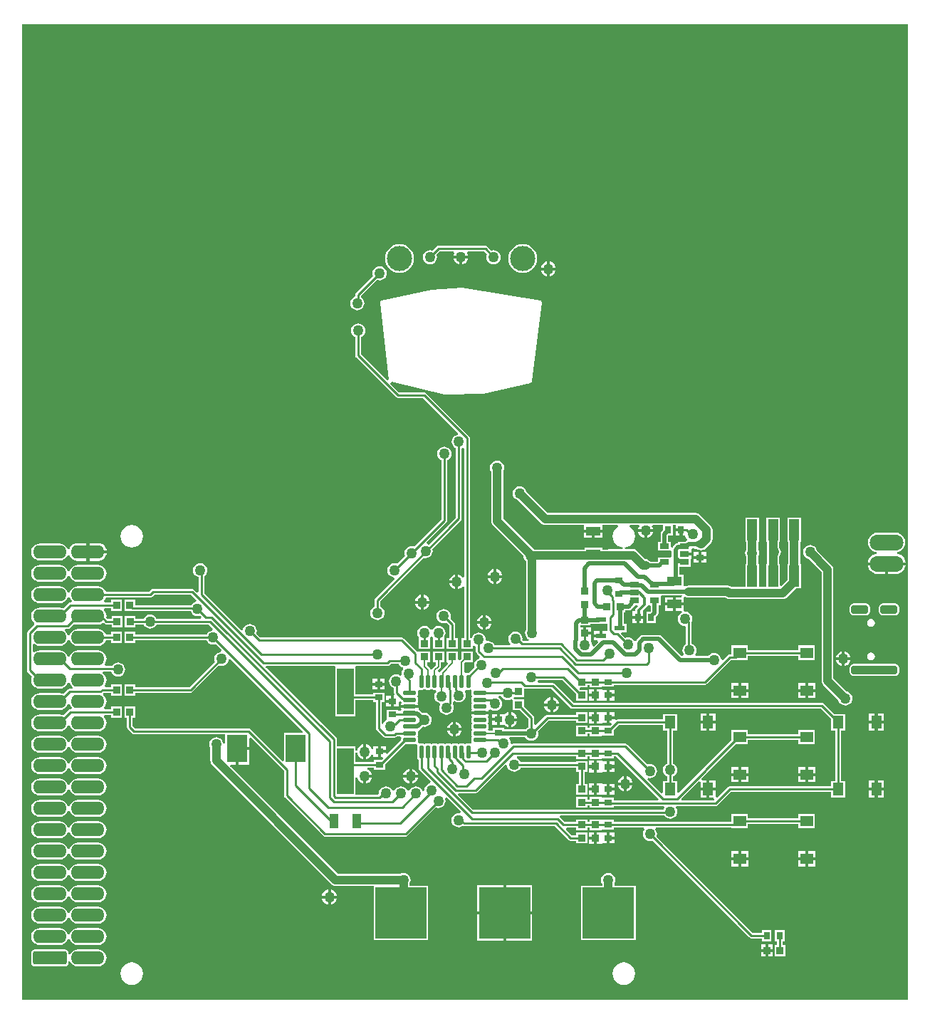
<source format=gtl>
G04*
G04 #@! TF.GenerationSoftware,Altium Limited,Altium Designer,20.1.11 (218)*
G04*
G04 Layer_Physical_Order=1*
G04 Layer_Color=255*
%FSLAX44Y44*%
%MOMM*%
G71*
G04*
G04 #@! TF.SameCoordinates,5782A1AA-DBA6-47D9-9EA6-4E8C4A28D043*
G04*
G04*
G04 #@! TF.FilePolarity,Positive*
G04*
G01*
G75*
%ADD14C,0.2540*%
%ADD17C,0.2032*%
G04:AMPARAMS|DCode=18|XSize=1.6mm|YSize=0.55mm|CornerRadius=0.1458mm|HoleSize=0mm|Usage=FLASHONLY|Rotation=180.000|XOffset=0mm|YOffset=0mm|HoleType=Round|Shape=RoundedRectangle|*
%AMROUNDEDRECTD18*
21,1,1.6000,0.2585,0,0,180.0*
21,1,1.3085,0.5500,0,0,180.0*
1,1,0.2915,-0.6543,0.1293*
1,1,0.2915,0.6543,0.1293*
1,1,0.2915,0.6543,-0.1293*
1,1,0.2915,-0.6543,-0.1293*
%
%ADD18ROUNDEDRECTD18*%
G04:AMPARAMS|DCode=19|XSize=1.6mm|YSize=0.55mm|CornerRadius=0.1458mm|HoleSize=0mm|Usage=FLASHONLY|Rotation=270.000|XOffset=0mm|YOffset=0mm|HoleType=Round|Shape=RoundedRectangle|*
%AMROUNDEDRECTD19*
21,1,1.6000,0.2585,0,0,270.0*
21,1,1.3085,0.5500,0,0,270.0*
1,1,0.2915,-0.1293,-0.6543*
1,1,0.2915,-0.1293,0.6543*
1,1,0.2915,0.1293,0.6543*
1,1,0.2915,0.1293,-0.6543*
%
%ADD19ROUNDEDRECTD19*%
%ADD20R,1.7000X1.1000*%
%ADD21R,1.1000X0.6500*%
%ADD22R,1.1000X1.7000*%
%ADD23R,0.8700X0.9700*%
%ADD24R,0.9652X0.7620*%
%ADD25R,0.9700X0.8700*%
%ADD26R,1.1500X0.6000*%
%ADD27R,0.7620X0.9652*%
%ADD28R,1.2000X2.5000*%
%ADD29R,2.4000X3.3000*%
%ADD30R,1.5500X1.3000*%
%ADD31R,1.3000X1.5500*%
%ADD32R,6.0700X6.0700*%
%ADD33R,2.0000X5.5000*%
%ADD34O,4.0000X1.9050*%
G04:AMPARAMS|DCode=35|XSize=2mm|YSize=1mm|CornerRadius=0.25mm|HoleSize=0mm|Usage=FLASHONLY|Rotation=180.000|XOffset=0mm|YOffset=0mm|HoleType=Round|Shape=RoundedRectangle|*
%AMROUNDEDRECTD35*
21,1,2.0000,0.5000,0,0,180.0*
21,1,1.5000,1.0000,0,0,180.0*
1,1,0.5000,-0.7500,0.2500*
1,1,0.5000,0.7500,0.2500*
1,1,0.5000,0.7500,-0.2500*
1,1,0.5000,-0.7500,-0.2500*
%
%ADD35ROUNDEDRECTD35*%
%ADD36O,4.0000X1.6000*%
G04:AMPARAMS|DCode=37|XSize=1.6mm|YSize=4mm|CornerRadius=0.2mm|HoleSize=0mm|Usage=FLASHONLY|Rotation=270.000|XOffset=0mm|YOffset=0mm|HoleType=Round|Shape=RoundedRectangle|*
%AMROUNDEDRECTD37*
21,1,1.6000,3.6000,0,0,270.0*
21,1,1.2000,4.0000,0,0,270.0*
1,1,0.4000,-1.8000,-0.6000*
1,1,0.4000,-1.8000,0.6000*
1,1,0.4000,1.8000,0.6000*
1,1,0.4000,1.8000,-0.6000*
%
%ADD37ROUNDEDRECTD37*%
%ADD38C,1.2700*%
%ADD39C,3.0000*%
%ADD40C,0.5000*%
%ADD41C,1.0000*%
%ADD42C,0.3500*%
G36*
X1166460Y10070D02*
X113420D01*
Y1169670D01*
X1166460D01*
Y10070D01*
D02*
G37*
%LPC*%
G36*
X664210Y906335D02*
X664210Y906335D01*
X608330D01*
X607042Y906078D01*
X605951Y905349D01*
X605951Y905349D01*
X601219Y900618D01*
X600358Y900974D01*
X598170Y901262D01*
X595982Y900974D01*
X593944Y900130D01*
X592193Y898787D01*
X590850Y897036D01*
X590006Y894998D01*
X589718Y892810D01*
X590006Y890622D01*
X590850Y888584D01*
X592193Y886833D01*
X593944Y885490D01*
X595982Y884646D01*
X598170Y884358D01*
X600358Y884646D01*
X602396Y885490D01*
X604147Y886833D01*
X605490Y888584D01*
X606334Y890622D01*
X606622Y892810D01*
X606334Y894998D01*
X605978Y895859D01*
X609724Y899605D01*
X626447D01*
X627449Y897573D01*
X627235Y897293D01*
X626339Y895131D01*
X626264Y894560D01*
X643736D01*
X643661Y895131D01*
X642765Y897293D01*
X642551Y897573D01*
X643553Y899605D01*
X662816D01*
X666236Y896185D01*
X665744Y894998D01*
X665456Y892810D01*
X665744Y890622D01*
X666589Y888584D01*
X667932Y886833D01*
X669683Y885490D01*
X671721Y884646D01*
X673909Y884358D01*
X676096Y884646D01*
X678135Y885490D01*
X679885Y886833D01*
X681229Y888584D01*
X682073Y890622D01*
X682361Y892810D01*
X682073Y894998D01*
X681229Y897036D01*
X679885Y898787D01*
X678135Y900130D01*
X676096Y900974D01*
X673909Y901262D01*
X671721Y900974D01*
X671186Y900753D01*
X666589Y905349D01*
X665498Y906078D01*
X665284Y906121D01*
X664210Y906335D01*
D02*
G37*
G36*
X643736Y891060D02*
X636750D01*
Y884074D01*
X637321Y884149D01*
X639483Y885045D01*
X641340Y886470D01*
X642765Y888327D01*
X643661Y890489D01*
X643736Y891060D01*
D02*
G37*
G36*
X633250D02*
X626264D01*
X626339Y890489D01*
X627235Y888327D01*
X628660Y886470D01*
X630517Y885045D01*
X632679Y884149D01*
X633250Y884074D01*
Y891060D01*
D02*
G37*
G36*
X740890Y887576D02*
Y880590D01*
X747876D01*
X747801Y881161D01*
X746905Y883323D01*
X745480Y885180D01*
X743623Y886605D01*
X741461Y887501D01*
X740890Y887576D01*
D02*
G37*
G36*
X737390D02*
X736819Y887501D01*
X734657Y886605D01*
X732800Y885180D01*
X731375Y883323D01*
X730479Y881161D01*
X730404Y880590D01*
X737390D01*
Y887576D01*
D02*
G37*
G36*
X708660Y908472D02*
X705322Y908144D01*
X702111Y907170D01*
X699153Y905588D01*
X696560Y903460D01*
X694432Y900867D01*
X692850Y897909D01*
X691876Y894698D01*
X691548Y891360D01*
X691876Y888021D01*
X692850Y884811D01*
X694432Y881853D01*
X696560Y879260D01*
X699153Y877132D01*
X702111Y875550D01*
X705322Y874576D01*
X708660Y874248D01*
X711998Y874576D01*
X715209Y875550D01*
X718167Y877132D01*
X720760Y879260D01*
X722888Y881853D01*
X724470Y884811D01*
X725444Y888021D01*
X725772Y891360D01*
X725444Y894698D01*
X724470Y897909D01*
X722888Y900867D01*
X720760Y903460D01*
X718167Y905588D01*
X715209Y907170D01*
X711998Y908144D01*
X708660Y908472D01*
D02*
G37*
G36*
X562017Y908471D02*
X558679Y908142D01*
X555468Y907168D01*
X552510Y905587D01*
X549917Y903459D01*
X547789Y900866D01*
X546207Y897907D01*
X545233Y894697D01*
X544905Y891358D01*
X545233Y888020D01*
X546207Y884810D01*
X547789Y881851D01*
X549917Y879258D01*
X552510Y877130D01*
X555468Y875549D01*
X558679Y874575D01*
X562017Y874246D01*
X565355Y874575D01*
X568565Y875549D01*
X571524Y877130D01*
X574117Y879258D01*
X576245Y881851D01*
X577827Y884810D01*
X578801Y888020D01*
X579129Y891358D01*
X578801Y894697D01*
X577827Y897907D01*
X576245Y900866D01*
X574117Y903459D01*
X571524Y905587D01*
X568565Y907168D01*
X565355Y908142D01*
X562017Y908471D01*
D02*
G37*
G36*
X747876Y877090D02*
X740890D01*
Y870104D01*
X741461Y870179D01*
X743623Y871075D01*
X745480Y872500D01*
X746905Y874357D01*
X747801Y876519D01*
X747876Y877090D01*
D02*
G37*
G36*
X737390D02*
X730404D01*
X730479Y876519D01*
X731375Y874357D01*
X732800Y872500D01*
X734657Y871075D01*
X736819Y870179D01*
X737390Y870104D01*
Y877090D01*
D02*
G37*
G36*
X538480Y882212D02*
X536292Y881924D01*
X534254Y881080D01*
X532503Y879737D01*
X531160Y877986D01*
X530316Y875948D01*
X530028Y873760D01*
X530316Y871572D01*
X530672Y870711D01*
X510701Y850739D01*
X509972Y849648D01*
X509715Y848360D01*
X509715Y848360D01*
Y846382D01*
X509582Y846364D01*
X507544Y845520D01*
X505793Y844177D01*
X504450Y842426D01*
X503606Y840388D01*
X503318Y838200D01*
X503606Y836012D01*
X504450Y833974D01*
X505793Y832223D01*
X507544Y830880D01*
X509582Y830036D01*
X511770Y829748D01*
X513958Y830036D01*
X515996Y830880D01*
X517747Y832223D01*
X519090Y833974D01*
X519934Y836012D01*
X520222Y838200D01*
X519934Y840388D01*
X519090Y842426D01*
X517747Y844177D01*
X516649Y845019D01*
X516565Y847087D01*
X535431Y865953D01*
X536292Y865596D01*
X538480Y865308D01*
X540668Y865596D01*
X542706Y866440D01*
X544457Y867783D01*
X545800Y869534D01*
X546644Y871572D01*
X546932Y873760D01*
X546644Y875948D01*
X545800Y877986D01*
X544457Y879737D01*
X542706Y881080D01*
X540668Y881924D01*
X538480Y882212D01*
D02*
G37*
G36*
X636226Y856724D02*
X600346Y854044D01*
X600210Y854006D01*
X600070Y854005D01*
X540640Y841385D01*
X540363Y841265D01*
X540075Y841175D01*
X539994Y841107D01*
X539898Y841066D01*
X539687Y840850D01*
X539456Y840656D01*
X539408Y840563D01*
X539334Y840488D01*
X539222Y840207D01*
X539083Y839939D01*
X539074Y839835D01*
X539035Y839738D01*
X539039Y839436D01*
X539012Y839135D01*
X549017Y747665D01*
X547074Y746734D01*
X516392Y777416D01*
Y797752D01*
X517254Y798109D01*
X519004Y799452D01*
X520348Y801203D01*
X521192Y803241D01*
X521480Y805429D01*
X521192Y807616D01*
X520348Y809655D01*
X519004Y811405D01*
X517254Y812749D01*
X515215Y813593D01*
X513028Y813881D01*
X510840Y813593D01*
X508801Y812749D01*
X507051Y811405D01*
X505708Y809655D01*
X504863Y807616D01*
X504575Y805429D01*
X504863Y803241D01*
X505708Y801203D01*
X507051Y799452D01*
X508801Y798109D01*
X509663Y797752D01*
Y776022D01*
X509663Y776022D01*
X509919Y774735D01*
X510648Y773643D01*
X557691Y726601D01*
X557691Y726601D01*
X558782Y725872D01*
X560070Y725615D01*
X589953D01*
X631871Y683697D01*
X631143Y681552D01*
X630472Y681463D01*
X628433Y680619D01*
X626683Y679276D01*
X625339Y677525D01*
X624495Y675487D01*
X624207Y673299D01*
X624495Y671112D01*
X625339Y669073D01*
X626683Y667322D01*
X628433Y665979D01*
X629295Y665622D01*
Y583253D01*
X597037Y550995D01*
X595278Y551724D01*
X594958Y551766D01*
X594230Y553912D01*
X617709Y577391D01*
X617709Y577391D01*
X618438Y578482D01*
X618695Y579770D01*
Y651453D01*
X619556Y651810D01*
X621307Y653153D01*
X622650Y654904D01*
X623494Y656942D01*
X623782Y659130D01*
X623494Y661318D01*
X622650Y663356D01*
X621307Y665107D01*
X619556Y666450D01*
X617518Y667294D01*
X615330Y667582D01*
X613142Y667294D01*
X611104Y666450D01*
X609353Y665107D01*
X608010Y663356D01*
X607166Y661318D01*
X606878Y659130D01*
X607166Y656942D01*
X608010Y654904D01*
X609353Y653153D01*
X611104Y651810D01*
X611965Y651453D01*
Y581164D01*
X579629Y548828D01*
X578768Y549184D01*
X576580Y549472D01*
X574392Y549184D01*
X572354Y548340D01*
X570603Y546997D01*
X569260Y545246D01*
X568416Y543208D01*
X568128Y541020D01*
X568416Y538832D01*
X568773Y537971D01*
X559192Y528391D01*
X558049Y528864D01*
X555862Y529152D01*
X553674Y528864D01*
X551635Y528020D01*
X549885Y526677D01*
X548542Y524926D01*
X547697Y522888D01*
X547409Y520700D01*
X547697Y518512D01*
X548542Y516474D01*
X549885Y514723D01*
X551635Y513380D01*
X553674Y512536D01*
X555467Y512300D01*
X556082Y511242D01*
X556297Y510256D01*
X533561Y487519D01*
X532831Y486428D01*
X532575Y485140D01*
X532575Y485140D01*
Y477577D01*
X531714Y477220D01*
X529963Y475877D01*
X528620Y474126D01*
X527776Y472088D01*
X527488Y469900D01*
X527776Y467712D01*
X528620Y465674D01*
X529963Y463923D01*
X531714Y462580D01*
X533752Y461736D01*
X535940Y461448D01*
X538128Y461736D01*
X540166Y462580D01*
X541917Y463923D01*
X543260Y465674D01*
X544104Y467712D01*
X544392Y469900D01*
X544104Y472088D01*
X543260Y474126D01*
X541917Y475877D01*
X540166Y477220D01*
X539305Y477577D01*
Y483746D01*
X590948Y535390D01*
X593090Y535108D01*
X595278Y535396D01*
X597316Y536240D01*
X599067Y537583D01*
X600410Y539334D01*
X601254Y541372D01*
X601542Y543560D01*
X601260Y545702D01*
X635038Y579480D01*
X635038Y579480D01*
X635768Y580572D01*
X636024Y581859D01*
X636024Y581859D01*
Y665139D01*
X637737Y666149D01*
X639455Y665249D01*
Y649971D01*
X639255Y648970D01*
X639255Y648970D01*
Y512505D01*
X637223Y511815D01*
X636260Y513070D01*
X634403Y514495D01*
X632241Y515391D01*
X631670Y515466D01*
Y506730D01*
Y497994D01*
X632241Y498069D01*
X634403Y498965D01*
X636260Y500390D01*
X637223Y501645D01*
X639255Y500955D01*
Y439630D01*
X635740D01*
Y426870D01*
X649500D01*
Y430277D01*
X651215Y431123D01*
X652978Y430081D01*
Y424029D01*
X652978Y424029D01*
X653234Y422741D01*
X653964Y421650D01*
X657638Y417975D01*
X656942Y415834D01*
X654904Y414990D01*
X653153Y413647D01*
X651810Y411896D01*
X650966Y409858D01*
X650678Y407670D01*
X650966Y405482D01*
X650980Y405447D01*
X644141Y398608D01*
X642657D01*
X641297Y398338D01*
X641088Y398198D01*
X639056Y399284D01*
Y410194D01*
X640132Y411270D01*
X649500D01*
Y424030D01*
X635740D01*
Y415662D01*
X633754Y413676D01*
X633752Y413673D01*
X631720Y414290D01*
Y424030D01*
X617960D01*
Y411270D01*
X618853D01*
X619631Y409393D01*
X611215Y400978D01*
X610542Y399970D01*
X610445Y399480D01*
X609682Y399124D01*
X607547Y400191D01*
X607453Y401131D01*
X610526Y404204D01*
X611199Y405211D01*
X611436Y406400D01*
Y411270D01*
X615210D01*
Y424030D01*
X601450D01*
Y411270D01*
X605224D01*
Y407686D01*
X601754Y404216D01*
X601081Y403209D01*
X601011Y402857D01*
X598939D01*
X598819Y403459D01*
X598146Y404466D01*
X594926Y407686D01*
Y411270D01*
X598700D01*
Y424030D01*
X584940D01*
Y424030D01*
X582908Y423880D01*
X567301Y439488D01*
X566209Y440217D01*
X564922Y440473D01*
X564921Y440473D01*
X396534D01*
X391885Y445122D01*
X392242Y445983D01*
X392530Y448171D01*
X392242Y450359D01*
X391397Y452397D01*
X390054Y454148D01*
X388304Y455491D01*
X386265Y456335D01*
X384077Y456623D01*
X381890Y456335D01*
X379851Y455491D01*
X378101Y454148D01*
X376758Y452397D01*
X375913Y450359D01*
X375825Y449687D01*
X373679Y448959D01*
X329755Y492884D01*
Y513694D01*
X331097Y514723D01*
X332440Y516474D01*
X333284Y518512D01*
X333572Y520700D01*
X333284Y522888D01*
X332440Y524926D01*
X331097Y526677D01*
X329346Y528020D01*
X327308Y528864D01*
X325120Y529152D01*
X322932Y528864D01*
X320894Y528020D01*
X319143Y526677D01*
X317800Y524926D01*
X316956Y522888D01*
X316668Y520700D01*
X316956Y518512D01*
X317800Y516474D01*
X319143Y514723D01*
X320894Y513380D01*
X322932Y512536D01*
X323025Y512523D01*
Y495084D01*
X321148Y494306D01*
X317775Y497679D01*
X316683Y498409D01*
X315396Y498665D01*
X315396Y498665D01*
X269361D01*
X269361Y498665D01*
X268074Y498409D01*
X266982Y497679D01*
X264158Y494855D01*
X213073D01*
X212371Y496548D01*
X210763Y498643D01*
X208668Y500251D01*
X206228Y501262D01*
X203610Y501606D01*
X179610D01*
X176992Y501262D01*
X174552Y500251D01*
X172457Y498643D01*
X170849Y496548D01*
X169968Y494422D01*
X168910Y494255D01*
X167852Y494422D01*
X166971Y496548D01*
X165363Y498643D01*
X163268Y500251D01*
X160828Y501262D01*
X158210Y501606D01*
X134210D01*
X131592Y501262D01*
X129152Y500251D01*
X127057Y498643D01*
X125449Y496548D01*
X124438Y494108D01*
X124094Y491490D01*
X124438Y488872D01*
X125449Y486432D01*
X127057Y484337D01*
X129152Y482729D01*
X131592Y481718D01*
X134210Y481373D01*
X158210D01*
X160828Y481718D01*
X163268Y482729D01*
X165363Y484337D01*
X166971Y486432D01*
X167852Y488558D01*
X168910Y488725D01*
X169968Y488558D01*
X170849Y486432D01*
X172457Y484337D01*
X172652Y484187D01*
X171962Y482155D01*
X170910D01*
X170910Y482155D01*
X169622Y481898D01*
X168531Y481169D01*
X168531Y481169D01*
X162522Y475160D01*
X160828Y475862D01*
X158210Y476207D01*
X134210D01*
X131592Y475862D01*
X129152Y474851D01*
X127057Y473243D01*
X125449Y471148D01*
X124438Y468708D01*
X124094Y466090D01*
X124438Y463472D01*
X125449Y461032D01*
X127057Y458937D01*
X127714Y458432D01*
X127846Y458199D01*
X127837Y455777D01*
X120021Y447961D01*
X119291Y446870D01*
X119035Y445582D01*
X119035Y445582D01*
Y401700D01*
X119035Y401700D01*
X119291Y400412D01*
X120021Y399321D01*
X125140Y394202D01*
X124438Y392508D01*
X124094Y389890D01*
X124438Y387272D01*
X125449Y384832D01*
X127057Y382737D01*
X129152Y381129D01*
X131592Y380118D01*
X134210Y379773D01*
X158210D01*
X160828Y380118D01*
X163268Y381129D01*
X165363Y382737D01*
X166971Y384832D01*
X167852Y386958D01*
X168910Y387125D01*
X169968Y386958D01*
X170849Y384832D01*
X172457Y382737D01*
X173812Y381697D01*
X173122Y379665D01*
X170020D01*
X168732Y379408D01*
X167641Y378679D01*
X167641Y378679D01*
X162522Y373560D01*
X160828Y374262D01*
X158210Y374607D01*
X134210D01*
X131592Y374262D01*
X129152Y373251D01*
X127057Y371643D01*
X125449Y369548D01*
X124438Y367108D01*
X124094Y364490D01*
X124438Y361872D01*
X125449Y359432D01*
X127057Y357337D01*
X129152Y355729D01*
X131592Y354718D01*
X134210Y354374D01*
X158210D01*
X160828Y354718D01*
X163268Y355729D01*
X165363Y357337D01*
X166971Y359432D01*
X167852Y361558D01*
X168910Y361725D01*
X169968Y361558D01*
X170849Y359432D01*
X172457Y357337D01*
X172652Y357187D01*
X171962Y355155D01*
X170910D01*
X170910Y355155D01*
X169622Y354898D01*
X168531Y354169D01*
X168531Y354169D01*
X162522Y348160D01*
X160828Y348862D01*
X158210Y349207D01*
X134210D01*
X131592Y348862D01*
X129152Y347851D01*
X127057Y346244D01*
X125449Y344148D01*
X124438Y341708D01*
X124094Y339090D01*
X124438Y336472D01*
X125449Y334032D01*
X127057Y331936D01*
X129152Y330329D01*
X131592Y329318D01*
X134210Y328974D01*
X158210D01*
X160828Y329318D01*
X163268Y330329D01*
X165363Y331936D01*
X166971Y334032D01*
X167852Y336158D01*
X168910Y336325D01*
X169968Y336158D01*
X170849Y334032D01*
X172457Y331936D01*
X174552Y330329D01*
X176992Y329318D01*
X179610Y328974D01*
X203610D01*
X206228Y329318D01*
X208668Y330329D01*
X210763Y331936D01*
X212371Y334032D01*
X213382Y336472D01*
X213727Y339090D01*
X213382Y341708D01*
X212371Y344148D01*
X210763Y346244D01*
X210568Y346393D01*
X211258Y348425D01*
X219500D01*
Y344910D01*
X232260D01*
Y358670D01*
X219500D01*
Y355155D01*
X211258D01*
X210568Y357187D01*
X210763Y357337D01*
X212371Y359432D01*
X213382Y361872D01*
X213727Y364490D01*
X213382Y367108D01*
X212371Y369548D01*
X210763Y371643D01*
X210106Y372148D01*
X209974Y372381D01*
X209984Y374803D01*
X210276Y375095D01*
X219500D01*
Y371580D01*
X232260D01*
Y385340D01*
X219500D01*
Y381825D01*
X212625D01*
X211623Y383857D01*
X212371Y384832D01*
X213382Y387272D01*
X213727Y389890D01*
X213382Y392508D01*
X212371Y394948D01*
X210763Y397043D01*
X209408Y398083D01*
X210098Y400115D01*
X219285D01*
X220010Y398364D01*
X221353Y396613D01*
X223104Y395270D01*
X225142Y394426D01*
X227330Y394138D01*
X229518Y394426D01*
X231556Y395270D01*
X233307Y396613D01*
X234650Y398364D01*
X235494Y400402D01*
X235782Y402590D01*
X235494Y404778D01*
X234650Y406816D01*
X233307Y408567D01*
X231556Y409910D01*
X229518Y410754D01*
X227330Y411042D01*
X225142Y410754D01*
X223104Y409910D01*
X221353Y408567D01*
X220032Y406845D01*
X212280D01*
X211331Y408877D01*
X212371Y410232D01*
X213382Y412672D01*
X213727Y415290D01*
X213382Y417908D01*
X212371Y420348D01*
X210763Y422444D01*
X208668Y424051D01*
X206228Y425062D01*
X203610Y425406D01*
X179610D01*
X176992Y425062D01*
X174552Y424051D01*
X172457Y422444D01*
X170849Y420348D01*
X169968Y418222D01*
X168910Y418055D01*
X167852Y418222D01*
X166971Y420348D01*
X165363Y422444D01*
X163268Y424051D01*
X160828Y425062D01*
X158210Y425406D01*
X134210D01*
X131592Y425062D01*
X129152Y424051D01*
X127797Y423011D01*
X125765Y423960D01*
Y432020D01*
X127797Y432969D01*
X129152Y431929D01*
X131592Y430918D01*
X134210Y430574D01*
X158210D01*
X160828Y430918D01*
X163268Y431929D01*
X165363Y433536D01*
X166971Y435632D01*
X167852Y437758D01*
X168910Y437925D01*
X169968Y437758D01*
X170849Y435632D01*
X172457Y433536D01*
X174552Y431929D01*
X176992Y430918D01*
X179610Y430574D01*
X203610D01*
X206228Y430918D01*
X208668Y431929D01*
X210763Y433536D01*
X212371Y435632D01*
X213073Y437325D01*
X219500D01*
Y433810D01*
X232260D01*
Y447570D01*
X219500D01*
Y444055D01*
X213073D01*
X212371Y445748D01*
X210763Y447844D01*
X208668Y449451D01*
X206228Y450462D01*
X203610Y450807D01*
X179610D01*
X176992Y450462D01*
X174552Y449451D01*
X172457Y447844D01*
X170849Y445748D01*
X169968Y443622D01*
X168910Y443455D01*
X167852Y443622D01*
X166971Y445748D01*
X165363Y447844D01*
X164008Y448883D01*
X164698Y450915D01*
X167800D01*
X167800Y450915D01*
X169088Y451171D01*
X170179Y451901D01*
X175298Y457020D01*
X176992Y456318D01*
X179610Y455974D01*
X203610D01*
X206228Y456318D01*
X208668Y457329D01*
X209234Y457763D01*
X211223Y457361D01*
X212315Y456632D01*
X213602Y456375D01*
X219680D01*
Y452860D01*
X232440D01*
Y466620D01*
X219680D01*
Y463105D01*
X214996D01*
X213527Y464574D01*
X213727Y466090D01*
X213382Y468708D01*
X212371Y471148D01*
X210763Y473243D01*
X210568Y473393D01*
X211258Y475425D01*
X219500D01*
Y471910D01*
X232260D01*
Y485670D01*
X219500D01*
Y482155D01*
X211258D01*
X210568Y484187D01*
X210763Y484337D01*
X212371Y486432D01*
X213073Y488125D01*
X265551D01*
X265551Y488125D01*
X266839Y488382D01*
X267930Y489111D01*
X270755Y491935D01*
X314002D01*
X320958Y484980D01*
X320229Y482834D01*
X319558Y482746D01*
X317520Y481902D01*
X315769Y480558D01*
X314426Y478808D01*
X314329Y478575D01*
X247860D01*
Y485670D01*
X235100D01*
Y471910D01*
X244235D01*
X244560Y471845D01*
X244560Y471845D01*
X313809D01*
X314426Y470355D01*
X315769Y468605D01*
X317520Y467262D01*
X319558Y466417D01*
X321746Y466129D01*
X323933Y466417D01*
X324795Y466774D01*
X326587Y464982D01*
X325810Y463105D01*
X273107D01*
X272750Y463966D01*
X271407Y465717D01*
X269656Y467060D01*
X267618Y467904D01*
X265430Y468192D01*
X263242Y467904D01*
X261204Y467060D01*
X259453Y465717D01*
X258110Y463966D01*
X257753Y463105D01*
X248040D01*
Y466620D01*
X235280D01*
Y452860D01*
X248040D01*
Y456375D01*
X257753D01*
X258110Y455514D01*
X259453Y453763D01*
X261204Y452420D01*
X263242Y451576D01*
X265430Y451288D01*
X267618Y451576D01*
X269656Y452420D01*
X271407Y453763D01*
X272750Y455514D01*
X273107Y456375D01*
X335194D01*
X340470Y451100D01*
X340466Y450965D01*
X339654Y449042D01*
X338231Y448854D01*
X336192Y448010D01*
X334441Y446667D01*
X333098Y444916D01*
X332741Y444055D01*
X247860D01*
Y447570D01*
X235100D01*
Y433810D01*
X247860D01*
Y437325D01*
X332741D01*
X333098Y436464D01*
X334441Y434713D01*
X336192Y433370D01*
X338231Y432526D01*
X340418Y432238D01*
X342606Y432526D01*
X343467Y432882D01*
X350634Y425716D01*
X350616Y425409D01*
X349825Y423651D01*
X348332Y423454D01*
X346294Y422610D01*
X344543Y421267D01*
X343200Y419516D01*
X342356Y417478D01*
X342068Y415290D01*
X342356Y413102D01*
X342713Y412241D01*
X312296Y381825D01*
X247860D01*
Y385340D01*
X235100D01*
Y371580D01*
X247860D01*
Y375095D01*
X313690D01*
X313690Y375095D01*
X314978Y375351D01*
X316069Y376081D01*
X347471Y407482D01*
X348332Y407126D01*
X350520Y406838D01*
X352708Y407126D01*
X354746Y407970D01*
X356497Y409313D01*
X357840Y411064D01*
X358684Y413102D01*
X358881Y414595D01*
X360639Y415386D01*
X360946Y415404D01*
X447332Y329017D01*
X446555Y327140D01*
X424580D01*
Y294441D01*
X422703Y293664D01*
X385067Y331299D01*
X383976Y332029D01*
X382688Y332285D01*
X382688Y332285D01*
X247784D01*
X244845Y335224D01*
Y344910D01*
X247860D01*
Y358670D01*
X235100D01*
Y344910D01*
X238115D01*
Y333830D01*
X238115Y333830D01*
X238372Y332542D01*
X239101Y331451D01*
X244011Y326541D01*
X245102Y325812D01*
X246390Y325555D01*
X246390Y325555D01*
X354570D01*
Y314953D01*
X354516Y314877D01*
X352882Y314976D01*
X352434Y315121D01*
X352334Y315878D01*
X351490Y317916D01*
X350147Y319667D01*
X348396Y321010D01*
X346358Y321854D01*
X344170Y322142D01*
X341982Y321854D01*
X339944Y321010D01*
X338193Y319667D01*
X336850Y317916D01*
X336006Y315878D01*
X335718Y313690D01*
X336006Y311502D01*
X336850Y309464D01*
X337079Y309165D01*
Y294387D01*
X337321Y292552D01*
X338029Y290842D01*
X339156Y289373D01*
X481214Y147315D01*
X482683Y146188D01*
X484393Y145480D01*
X486228Y145238D01*
X531390D01*
Y80650D01*
X596150D01*
Y145410D01*
X573860D01*
Y147804D01*
X574089Y148103D01*
X574933Y150141D01*
X575221Y152329D01*
X574933Y154516D01*
X574089Y156555D01*
X572746Y158306D01*
X570995Y159649D01*
X568957Y160493D01*
X566769Y160781D01*
X564581Y160493D01*
X562543Y159649D01*
X562244Y159419D01*
X489165D01*
X360892Y287693D01*
X361669Y289570D01*
X367360D01*
Y308610D01*
X369110D01*
Y310360D01*
X383650D01*
Y320545D01*
X385527Y321323D01*
X424705Y282145D01*
Y252782D01*
X424705Y252782D01*
X424962Y251494D01*
X425691Y250403D01*
X471073Y205021D01*
X472164Y204291D01*
X473452Y204035D01*
X473452Y204035D01*
X569350D01*
X569350Y204035D01*
X570638Y204291D01*
X571729Y205021D01*
X605281Y238573D01*
X606142Y238216D01*
X608330Y237928D01*
X610518Y238216D01*
X612556Y239060D01*
X614307Y240403D01*
X615650Y242154D01*
X616494Y244192D01*
X616782Y246380D01*
X616494Y248568D01*
X615996Y249771D01*
X617718Y250922D01*
X634981Y233659D01*
X633997Y231770D01*
X632460Y231972D01*
X630272Y231684D01*
X628234Y230840D01*
X626483Y229497D01*
X625140Y227746D01*
X624296Y225708D01*
X624008Y223520D01*
X624296Y221332D01*
X625140Y219294D01*
X626483Y217543D01*
X628234Y216200D01*
X630272Y215356D01*
X632460Y215068D01*
X634648Y215356D01*
X636686Y216200D01*
X637452Y216788D01*
X637732Y216602D01*
X639019Y216345D01*
X639019Y216345D01*
X746636D01*
X763161Y199821D01*
X763161Y199821D01*
X764252Y199091D01*
X765540Y198835D01*
X771630D01*
Y195820D01*
X785390D01*
Y208580D01*
X771630D01*
Y205565D01*
X766934D01*
X759940Y212558D01*
X760718Y214435D01*
X771630D01*
Y211420D01*
X785390D01*
Y214435D01*
X788140D01*
Y211420D01*
X801626D01*
X801900Y211420D01*
Y211420D01*
X803404Y212034D01*
X803404Y212034D01*
X817116D01*
Y214509D01*
X852525D01*
X852821Y214159D01*
X853422Y212477D01*
X852470Y211236D01*
X851626Y209198D01*
X851338Y207010D01*
X851626Y204822D01*
X852470Y202784D01*
X853813Y201033D01*
X855564Y199690D01*
X857602Y198846D01*
X859790Y198558D01*
X861978Y198846D01*
X862839Y199202D01*
X978061Y83981D01*
X978061Y83981D01*
X979152Y83251D01*
X980440Y82995D01*
X992746D01*
Y79504D01*
X1004426D01*
Y93216D01*
X992746D01*
Y89725D01*
X981834D01*
X867598Y203961D01*
X867954Y204822D01*
X868242Y207010D01*
X867954Y209198D01*
X867110Y211236D01*
X866158Y212477D01*
X866759Y214159D01*
X867055Y214509D01*
X956930D01*
Y214040D01*
X976490D01*
Y219205D01*
X1036430D01*
Y214040D01*
X1055990D01*
Y231100D01*
X1036430D01*
Y225935D01*
X976490D01*
Y231100D01*
X956930D01*
Y221239D01*
X817116D01*
Y223714D01*
X803404D01*
X803404Y223714D01*
X801900Y224180D01*
Y224180D01*
X801565Y224180D01*
X788140D01*
Y221165D01*
X785390D01*
Y224180D01*
X771630D01*
Y221165D01*
X758518D01*
X752669Y227013D01*
X752740Y227671D01*
X753363Y229045D01*
X876791D01*
X877943Y227543D01*
X879694Y226200D01*
X881732Y225356D01*
X883920Y225068D01*
X886108Y225356D01*
X888146Y226200D01*
X889897Y227543D01*
X891240Y229294D01*
X892084Y231332D01*
X892372Y233520D01*
X892084Y235708D01*
X891240Y237746D01*
X890828Y238283D01*
X891830Y240315D01*
X937953D01*
X937953Y240315D01*
X939241Y240571D01*
X940332Y241301D01*
X955987Y256955D01*
X1075430D01*
Y250540D01*
X1092490D01*
Y270100D01*
X1087325D01*
Y330040D01*
X1092490D01*
Y349600D01*
X1079055D01*
X1078909Y349629D01*
X1066749Y361789D01*
X1065658Y362519D01*
X1064370Y362775D01*
X1064370Y362775D01*
X769213D01*
X746069Y385919D01*
X744977Y386648D01*
X743690Y386905D01*
X743689Y386905D01*
X726870D01*
X725971Y388622D01*
X726980Y390335D01*
X755116D01*
X771630Y373822D01*
Y365820D01*
X785390D01*
Y378580D01*
X777118D01*
X776499Y379388D01*
X777503Y381420D01*
X785390D01*
Y384435D01*
X788140D01*
Y381420D01*
X801626D01*
X801900Y381420D01*
Y381420D01*
X803404Y382034D01*
X803404Y382034D01*
X817116D01*
Y384509D01*
X925084D01*
X925084Y384509D01*
X926372Y384765D01*
X927463Y385495D01*
X955944Y413975D01*
X961480D01*
X961480Y413975D01*
X961805Y414040D01*
X976490D01*
Y419205D01*
X1036430D01*
Y414040D01*
X1055990D01*
Y431100D01*
X1036430D01*
Y425935D01*
X976490D01*
Y431100D01*
X956930D01*
Y420705D01*
X954550D01*
X953262Y420448D01*
X952171Y419719D01*
X952171Y419719D01*
X946404Y413952D01*
X946225Y413959D01*
X944344Y414766D01*
X944154Y416208D01*
X943310Y418246D01*
X941967Y419997D01*
X940216Y421340D01*
X938178Y422184D01*
X935990Y422472D01*
X933802Y422184D01*
X931764Y421340D01*
X930013Y419997D01*
X928841Y418469D01*
X914818D01*
X913816Y420501D01*
X914210Y421014D01*
X915054Y423052D01*
X915342Y425240D01*
X915054Y427427D01*
X914210Y429466D01*
X912867Y431217D01*
X911116Y432560D01*
X909230Y433341D01*
Y459424D01*
X909745Y460668D01*
X910033Y462855D01*
X909745Y465043D01*
X908901Y467082D01*
X907557Y468832D01*
X905807Y470176D01*
X903768Y471020D01*
X901581Y471308D01*
X900040Y473155D01*
Y478780D01*
X890750D01*
Y472490D01*
X897632D01*
X898037Y470458D01*
X897355Y470176D01*
X895604Y468832D01*
X894261Y467082D01*
X893416Y465043D01*
X893128Y462855D01*
X893416Y460668D01*
X894261Y458629D01*
X895604Y456879D01*
X897355Y455536D01*
X899393Y454691D01*
X901581Y454403D01*
X902501Y453597D01*
Y432435D01*
X900913Y431217D01*
X899570Y429466D01*
X898726Y427427D01*
X898438Y425240D01*
X898726Y423052D01*
X899570Y421014D01*
X899700Y420844D01*
X898839Y418982D01*
X897102Y418800D01*
X873636Y442266D01*
X872138Y443267D01*
X870370Y443619D01*
X851750D01*
X849983Y443267D01*
X848484Y442266D01*
X843824Y437606D01*
X843281Y436793D01*
X841149Y436807D01*
X841062Y436833D01*
X841052Y436837D01*
X839732Y438558D01*
X837981Y439902D01*
X835943Y440746D01*
X833755Y441034D01*
X831567Y440746D01*
X830602Y440346D01*
X825736Y445213D01*
X826513Y447090D01*
X831830D01*
Y457150D01*
X828849D01*
Y470640D01*
X830790D01*
Y472901D01*
X834430D01*
X836198Y473253D01*
X837696Y474254D01*
X841706Y478264D01*
X842365Y479250D01*
X844525D01*
X845302Y477373D01*
X843501Y475571D01*
X842665Y474321D01*
X842372Y472846D01*
Y472186D01*
X839216D01*
Y466570D01*
X851916D01*
Y472186D01*
X851916Y472186D01*
X851916D01*
X852723Y473893D01*
X856165Y477335D01*
X856482Y477809D01*
X857394Y478729D01*
X858814Y479250D01*
X859384D01*
X860821Y477813D01*
Y471875D01*
X860622Y471676D01*
X855474D01*
Y457964D01*
X867154D01*
Y465144D01*
X868706Y466696D01*
X869707Y468195D01*
X870059Y469962D01*
Y479250D01*
X872970D01*
X872970Y489810D01*
X874666Y490621D01*
X898260D01*
X898313Y490592D01*
X898298Y490420D01*
X897102Y488570D01*
X890750D01*
Y482280D01*
X900040D01*
Y486732D01*
X900040Y487733D01*
X900045Y488078D01*
X901613Y489205D01*
X901759Y489207D01*
X902045Y489126D01*
X903675Y488451D01*
X905510Y488209D01*
X949366D01*
X950500Y487339D01*
X952210Y486631D01*
X954045Y486389D01*
X1017920D01*
X1019755Y486631D01*
X1021465Y487339D01*
X1022934Y488466D01*
X1033458Y498990D01*
X1039490D01*
Y528050D01*
X1038551D01*
Y553990D01*
X1039490D01*
Y583050D01*
X1023430D01*
Y553990D01*
X1024369D01*
Y528050D01*
X1023430D01*
Y509018D01*
X1016522Y502110D01*
X1014490Y502951D01*
Y528050D01*
X1013551D01*
Y536918D01*
X1014430Y538064D01*
X1015274Y540102D01*
X1015562Y542290D01*
X1015274Y544478D01*
X1014430Y546516D01*
X1013551Y547662D01*
Y553990D01*
X1014490D01*
Y583050D01*
X998430D01*
Y553990D01*
X999369D01*
Y545500D01*
X998946Y544478D01*
X998658Y542290D01*
X998946Y540102D01*
X999369Y539080D01*
Y528050D01*
X998430D01*
Y500571D01*
X989490D01*
Y528050D01*
X988551D01*
Y536495D01*
X988780Y536794D01*
X989624Y538832D01*
X989912Y541020D01*
X989624Y543208D01*
X988780Y545246D01*
X988551Y545545D01*
Y553990D01*
X989490D01*
Y583050D01*
X973430D01*
Y553990D01*
X974369D01*
Y545545D01*
X974140Y545246D01*
X973296Y543208D01*
X973008Y541020D01*
X973296Y538832D01*
X974140Y536794D01*
X974369Y536495D01*
Y528050D01*
X973430D01*
Y500571D01*
X956904D01*
X955770Y501441D01*
X954060Y502149D01*
X952225Y502391D01*
X905510D01*
X903675Y502149D01*
X901965Y501441D01*
X901562Y501132D01*
X899530Y502134D01*
Y515060D01*
X894889D01*
Y524970D01*
X908530D01*
Y533960D01*
X909040D01*
Y538000D01*
X901000D01*
Y541500D01*
X909040D01*
Y545540D01*
X910544Y546815D01*
X912624D01*
Y545594D01*
X916329D01*
X916721Y545293D01*
X918431Y544585D01*
X920266Y544343D01*
X921242D01*
X923077Y544585D01*
X924787Y545293D01*
X925179Y545594D01*
X926336D01*
Y546500D01*
X932114Y552278D01*
X933241Y553746D01*
X933949Y555457D01*
X934191Y557292D01*
Y568422D01*
X933949Y570257D01*
X933241Y571967D01*
X932114Y573436D01*
X918876Y586674D01*
X917407Y587801D01*
X915697Y588509D01*
X913862Y588751D01*
X738267D01*
X713064Y613954D01*
X713014Y614328D01*
X712170Y616366D01*
X710827Y618117D01*
X709076Y619460D01*
X707038Y620304D01*
X704850Y620592D01*
X702662Y620304D01*
X700624Y619460D01*
X698873Y618117D01*
X697530Y616366D01*
X696686Y614328D01*
X696398Y612140D01*
X696686Y609952D01*
X697530Y607914D01*
X698873Y606163D01*
X700624Y604820D01*
X702662Y603976D01*
X703036Y603927D01*
X730316Y576646D01*
X731785Y575519D01*
X733495Y574811D01*
X735330Y574569D01*
X781440D01*
Y568970D01*
X792480D01*
X803520D01*
Y574569D01*
X821085D01*
X821827Y572744D01*
X821811Y572537D01*
X819124Y570476D01*
X816992Y567697D01*
X815652Y564462D01*
X815195Y560990D01*
X815652Y557518D01*
X816992Y554283D01*
X819124Y551504D01*
X821903Y549372D01*
X825138Y548032D01*
X827556Y547714D01*
X827688Y547697D01*
X827592Y546233D01*
X827592D01*
X827592Y546233D01*
X825795Y545665D01*
X811888D01*
X810052Y545423D01*
X809937Y545375D01*
X803010D01*
Y547750D01*
X781950D01*
Y545375D01*
X721997D01*
X721708Y545597D01*
X721322Y545757D01*
X721145Y545987D01*
X685271Y581861D01*
Y638095D01*
X685500Y638394D01*
X686344Y640432D01*
X686632Y642620D01*
X686344Y644808D01*
X685500Y646846D01*
X684157Y648597D01*
X682406Y649940D01*
X680368Y650784D01*
X678180Y651072D01*
X675992Y650784D01*
X673954Y649940D01*
X672203Y648597D01*
X670860Y646846D01*
X670016Y644808D01*
X669728Y642620D01*
X670016Y640432D01*
X670860Y638394D01*
X671089Y638095D01*
Y578924D01*
X671331Y577089D01*
X672039Y575379D01*
X673166Y573911D01*
X709064Y538013D01*
X709317Y536090D01*
X710162Y534051D01*
X711505Y532300D01*
X712717Y531371D01*
Y450533D01*
X712487Y450234D01*
X711643Y448195D01*
X711355Y446008D01*
X711643Y443820D01*
X712487Y441782D01*
X713831Y440031D01*
X715581Y438688D01*
X716116Y438467D01*
X715711Y436435D01*
X709464D01*
X708034Y437991D01*
X708222Y439420D01*
X707934Y441608D01*
X707090Y443646D01*
X705747Y445397D01*
X703996Y446740D01*
X701958Y447584D01*
X699770Y447872D01*
X697582Y447584D01*
X695544Y446740D01*
X693793Y445397D01*
X692450Y443646D01*
X691606Y441608D01*
X691318Y439420D01*
X691606Y437232D01*
X692450Y435194D01*
X693793Y433443D01*
X693867Y433387D01*
X693177Y431355D01*
X675379D01*
X675022Y432216D01*
X673679Y433967D01*
X671928Y435310D01*
X669890Y436154D01*
X667702Y436442D01*
X666601Y436297D01*
X664875Y437788D01*
X664780Y438032D01*
X664795Y438150D01*
X664507Y440338D01*
X663663Y442376D01*
X662320Y444127D01*
X660569Y445470D01*
X658531Y446314D01*
X656343Y446602D01*
X654155Y446314D01*
X652117Y445470D01*
X650366Y444127D01*
X649023Y442376D01*
X648179Y440338D01*
X648085Y439630D01*
X645985D01*
Y648168D01*
X646184Y649169D01*
Y677507D01*
X646184Y677508D01*
X645928Y678795D01*
X645198Y679887D01*
X645198Y679887D01*
X593726Y731359D01*
X592634Y732088D01*
X591347Y732345D01*
X591347Y732345D01*
X561464D01*
X551304Y742504D01*
X552331Y744351D01*
X615370Y729654D01*
X615626Y729646D01*
X615877Y729601D01*
X661667Y730431D01*
X661880Y730477D01*
X662098Y730484D01*
X717868Y743434D01*
X717908Y743452D01*
X717951Y743455D01*
X718274Y743617D01*
X718604Y743766D01*
X718634Y743798D01*
X718673Y743818D01*
X718909Y744091D01*
X719157Y744355D01*
X719172Y744396D01*
X719200Y744429D01*
X719314Y744772D01*
X719442Y745111D01*
X719440Y745154D01*
X719454Y745196D01*
X731084Y839106D01*
X731058Y839467D01*
X731046Y839830D01*
X731028Y839869D01*
X731025Y839911D01*
X730862Y840235D01*
X730713Y840565D01*
X730681Y840595D01*
X730662Y840633D01*
X730388Y840870D01*
X730123Y841118D01*
X730083Y841133D01*
X730051Y841160D01*
X729707Y841274D01*
X729367Y841402D01*
X636717Y856702D01*
X636471Y856694D01*
X636226Y856724D01*
D02*
G37*
G36*
X803520Y565470D02*
X794230D01*
Y559180D01*
X803520D01*
Y565470D01*
D02*
G37*
G36*
X790730D02*
X781440D01*
Y559180D01*
X790730D01*
Y565470D01*
D02*
G37*
G36*
X243610Y574405D02*
X240138Y573948D01*
X236903Y572607D01*
X234124Y570476D01*
X231992Y567697D01*
X230652Y564462D01*
X230195Y560990D01*
X230652Y557518D01*
X231992Y554283D01*
X234124Y551504D01*
X236903Y549372D01*
X240138Y548032D01*
X243610Y547575D01*
X247082Y548032D01*
X250317Y549372D01*
X253096Y551504D01*
X255228Y554283D01*
X256568Y557518D01*
X257025Y560990D01*
X256568Y564462D01*
X255228Y567697D01*
X253096Y570476D01*
X250317Y572607D01*
X247082Y573948D01*
X243610Y574405D01*
D02*
G37*
G36*
X189860Y552921D02*
X179610D01*
X176859Y552559D01*
X174294Y551497D01*
X172093Y549807D01*
X170403Y547606D01*
X169734Y545989D01*
X167534D01*
X166971Y547348D01*
X165363Y549444D01*
X163268Y551051D01*
X160828Y552062D01*
X158210Y552407D01*
X134210D01*
X131592Y552062D01*
X129152Y551051D01*
X127057Y549444D01*
X125449Y547348D01*
X124438Y544908D01*
X124094Y542290D01*
X124438Y539672D01*
X125449Y537232D01*
X127057Y535136D01*
X129152Y533529D01*
X131592Y532518D01*
X134210Y532174D01*
X158210D01*
X160828Y532518D01*
X163268Y533529D01*
X165363Y535136D01*
X166971Y537232D01*
X167534Y538591D01*
X169734D01*
X170403Y536974D01*
X172093Y534773D01*
X174294Y533083D01*
X176859Y532021D01*
X179610Y531659D01*
X189860D01*
Y542290D01*
Y552921D01*
D02*
G37*
G36*
X203610D02*
X193360D01*
Y544040D01*
X214011D01*
X213879Y545042D01*
X212817Y547606D01*
X211127Y549807D01*
X208925Y551497D01*
X206362Y552559D01*
X203610Y552921D01*
D02*
G37*
G36*
X926846Y542036D02*
X921230D01*
Y537436D01*
X926846D01*
Y542036D01*
D02*
G37*
G36*
X917730D02*
X912114D01*
Y537436D01*
X917730D01*
Y542036D01*
D02*
G37*
G36*
X214011Y540540D02*
X193360D01*
Y531659D01*
X203610D01*
X206362Y532021D01*
X208925Y533083D01*
X211127Y534773D01*
X212817Y536974D01*
X213879Y539538D01*
X214011Y540540D01*
D02*
G37*
G36*
X1151725Y565375D02*
X1130775D01*
X1127759Y564978D01*
X1124948Y563813D01*
X1122534Y561961D01*
X1120682Y559547D01*
X1119517Y556736D01*
X1119120Y553720D01*
X1119517Y550704D01*
X1120682Y547893D01*
X1122534Y545479D01*
X1124948Y543627D01*
X1127759Y542462D01*
X1128977Y542302D01*
Y540252D01*
X1127625Y540075D01*
X1124690Y538859D01*
X1122170Y536925D01*
X1120236Y534405D01*
X1119020Y531470D01*
X1118836Y530070D01*
X1141250D01*
X1163664D01*
X1163479Y531470D01*
X1162264Y534405D01*
X1160330Y536925D01*
X1157810Y538859D01*
X1154875Y540075D01*
X1153523Y540252D01*
Y542302D01*
X1154741Y542462D01*
X1157552Y543627D01*
X1159966Y545479D01*
X1161818Y547893D01*
X1162982Y550704D01*
X1163380Y553720D01*
X1162982Y556736D01*
X1161818Y559547D01*
X1159966Y561961D01*
X1157552Y563813D01*
X1154741Y564978D01*
X1151725Y565375D01*
D02*
G37*
G36*
X926846Y533936D02*
X921230D01*
Y529336D01*
X926846D01*
Y533936D01*
D02*
G37*
G36*
X917730D02*
X912114D01*
Y529336D01*
X917730D01*
Y533936D01*
D02*
G37*
G36*
X203610Y527006D02*
X179610D01*
X176992Y526662D01*
X174552Y525651D01*
X172457Y524044D01*
X170849Y521948D01*
X169968Y519822D01*
X168910Y519655D01*
X167852Y519822D01*
X166971Y521948D01*
X165363Y524044D01*
X163268Y525651D01*
X160828Y526662D01*
X158210Y527006D01*
X134210D01*
X131592Y526662D01*
X129152Y525651D01*
X127057Y524044D01*
X125449Y521948D01*
X124438Y519508D01*
X124094Y516890D01*
X124438Y514272D01*
X125449Y511832D01*
X127057Y509737D01*
X129152Y508129D01*
X131592Y507118D01*
X134210Y506773D01*
X158210D01*
X160828Y507118D01*
X163268Y508129D01*
X165363Y509737D01*
X166971Y511832D01*
X167852Y513958D01*
X168910Y514125D01*
X169968Y513958D01*
X170849Y511832D01*
X172457Y509737D01*
X174552Y508129D01*
X176992Y507118D01*
X179610Y506773D01*
X203610D01*
X206228Y507118D01*
X208668Y508129D01*
X210763Y509737D01*
X212371Y511832D01*
X213382Y514272D01*
X213727Y516890D01*
X213382Y519508D01*
X212371Y521948D01*
X210763Y524044D01*
X208668Y525651D01*
X206228Y526662D01*
X203610Y527006D01*
D02*
G37*
G36*
X1163664Y526570D02*
X1143000D01*
Y516151D01*
X1151725D01*
X1154875Y516566D01*
X1157810Y517781D01*
X1160330Y519715D01*
X1162264Y522235D01*
X1163479Y525170D01*
X1163664Y526570D01*
D02*
G37*
G36*
X1139500D02*
X1118836D01*
X1119020Y525170D01*
X1120236Y522235D01*
X1122170Y519715D01*
X1124690Y517781D01*
X1127625Y516566D01*
X1130775Y516151D01*
X1139500D01*
Y526570D01*
D02*
G37*
G36*
X677390Y521816D02*
Y514830D01*
X684376D01*
X684301Y515401D01*
X683405Y517563D01*
X681980Y519420D01*
X680123Y520845D01*
X677961Y521741D01*
X677390Y521816D01*
D02*
G37*
G36*
X673890D02*
X673319Y521741D01*
X671157Y520845D01*
X669300Y519420D01*
X667875Y517563D01*
X666979Y515401D01*
X666904Y514830D01*
X673890D01*
Y521816D01*
D02*
G37*
G36*
X628170Y515466D02*
X627599Y515391D01*
X625437Y514495D01*
X623580Y513070D01*
X622155Y511213D01*
X621259Y509051D01*
X621184Y508480D01*
X628170D01*
Y515466D01*
D02*
G37*
G36*
X684376Y511330D02*
X677390D01*
Y504344D01*
X677961Y504419D01*
X680123Y505315D01*
X681980Y506740D01*
X683405Y508597D01*
X684301Y510759D01*
X684376Y511330D01*
D02*
G37*
G36*
X673890D02*
X666904D01*
X666979Y510759D01*
X667875Y508597D01*
X669300Y506740D01*
X671157Y505315D01*
X673319Y504419D01*
X673890Y504344D01*
Y511330D01*
D02*
G37*
G36*
X628170Y504980D02*
X621184D01*
X621259Y504409D01*
X622155Y502247D01*
X623580Y500390D01*
X625437Y498965D01*
X627599Y498069D01*
X628170Y497994D01*
Y504980D01*
D02*
G37*
G36*
X591030Y491336D02*
Y484350D01*
X598016D01*
X597941Y484921D01*
X597045Y487083D01*
X595620Y488940D01*
X593763Y490365D01*
X591601Y491261D01*
X591030Y491336D01*
D02*
G37*
G36*
X587530D02*
X586959Y491261D01*
X584797Y490365D01*
X582940Y488940D01*
X581515Y487083D01*
X580619Y484921D01*
X580544Y484350D01*
X587530D01*
Y491336D01*
D02*
G37*
G36*
X887250Y488570D02*
X877960D01*
Y482280D01*
X887250D01*
Y488570D01*
D02*
G37*
G36*
X598016Y480850D02*
X591030D01*
Y473864D01*
X591601Y473939D01*
X593763Y474835D01*
X595620Y476260D01*
X597045Y478117D01*
X597941Y480279D01*
X598016Y480850D01*
D02*
G37*
G36*
X587530D02*
X580544D01*
X580619Y480279D01*
X581515Y478117D01*
X582940Y476260D01*
X584797Y474835D01*
X586959Y473939D01*
X587530Y473864D01*
Y480850D01*
D02*
G37*
G36*
X887250Y478780D02*
X877960D01*
Y472490D01*
X887250D01*
Y478780D01*
D02*
G37*
G36*
X1151620Y481269D02*
X1136620D01*
X1134853Y480917D01*
X1133354Y479916D01*
X1132353Y478418D01*
X1132001Y476650D01*
Y471650D01*
X1132353Y469883D01*
X1133354Y468384D01*
X1134853Y467383D01*
X1136620Y467031D01*
X1151620D01*
X1153388Y467383D01*
X1154886Y468384D01*
X1155887Y469883D01*
X1156239Y471650D01*
Y476650D01*
X1155887Y478418D01*
X1154886Y479916D01*
X1153388Y480917D01*
X1151620Y481269D01*
D02*
G37*
G36*
X1116920D02*
X1101920D01*
X1100153Y480917D01*
X1098654Y479916D01*
X1097653Y478418D01*
X1097301Y476650D01*
Y471650D01*
X1097653Y469883D01*
X1098654Y468384D01*
X1100153Y467383D01*
X1101920Y467031D01*
X1116920D01*
X1118688Y467383D01*
X1120186Y468384D01*
X1121187Y469883D01*
X1121539Y471650D01*
Y476650D01*
X1121187Y478418D01*
X1120186Y479916D01*
X1118688Y480917D01*
X1116920Y481269D01*
D02*
G37*
G36*
X664690Y467206D02*
Y460220D01*
X671676D01*
X671601Y460791D01*
X670705Y462953D01*
X669280Y464810D01*
X667423Y466235D01*
X665261Y467131D01*
X664690Y467206D01*
D02*
G37*
G36*
X661190D02*
X660619Y467131D01*
X658457Y466235D01*
X656600Y464810D01*
X655175Y462953D01*
X654279Y460791D01*
X654204Y460220D01*
X661190D01*
Y467206D01*
D02*
G37*
G36*
X851916Y463070D02*
X847316D01*
Y457454D01*
X851916D01*
Y463070D01*
D02*
G37*
G36*
X843816D02*
X839216D01*
Y457454D01*
X843816D01*
Y463070D01*
D02*
G37*
G36*
X1122620Y462769D02*
X1120853Y462417D01*
X1119354Y461416D01*
X1118353Y459917D01*
X1118001Y458150D01*
X1118353Y456382D01*
X1119354Y454884D01*
X1120853Y453883D01*
X1122620Y453531D01*
X1124388Y453883D01*
X1125886Y454884D01*
X1126887Y456382D01*
X1127239Y458150D01*
X1126887Y459917D01*
X1125886Y461416D01*
X1124388Y462417D01*
X1122620Y462769D01*
D02*
G37*
G36*
X608330Y454432D02*
X606142Y454144D01*
X604104Y453300D01*
X602353Y451957D01*
X601224Y450485D01*
X600075Y450331D01*
X598926Y450485D01*
X597797Y451957D01*
X596046Y453300D01*
X594008Y454144D01*
X591820Y454432D01*
X589632Y454144D01*
X587594Y453300D01*
X585843Y451957D01*
X584500Y450206D01*
X583656Y448168D01*
X583368Y445980D01*
X583656Y443792D01*
X584500Y441754D01*
X584660Y441546D01*
X584940Y439630D01*
X584940Y439630D01*
X584940Y439630D01*
Y426870D01*
X598700D01*
Y439630D01*
X598700Y439630D01*
X598700D01*
X599229Y441516D01*
X600075Y441629D01*
X600866Y441523D01*
X601450Y439630D01*
X601450D01*
X601450Y439630D01*
Y426870D01*
X615210D01*
Y439630D01*
X615210Y439630D01*
X615210D01*
X615490Y441546D01*
X615650Y441754D01*
X616494Y443792D01*
X616782Y445980D01*
X616494Y448168D01*
X615650Y450206D01*
X614307Y451957D01*
X612556Y453300D01*
X610518Y454144D01*
X608330Y454432D01*
D02*
G37*
G36*
X671676Y456720D02*
X664690D01*
Y449734D01*
X665261Y449809D01*
X667423Y450705D01*
X669280Y452130D01*
X670705Y453987D01*
X671601Y456149D01*
X671676Y456720D01*
D02*
G37*
G36*
X661190D02*
X654204D01*
X654279Y456149D01*
X655175Y453987D01*
X656600Y452130D01*
X658457Y450705D01*
X660619Y449809D01*
X661190Y449734D01*
Y456720D01*
D02*
G37*
G36*
X614680Y474542D02*
X612492Y474254D01*
X610454Y473410D01*
X608703Y472067D01*
X607360Y470316D01*
X606516Y468278D01*
X606228Y466090D01*
X606516Y463902D01*
X607360Y461864D01*
X608703Y460113D01*
X610454Y458770D01*
X612492Y457926D01*
X614680Y457638D01*
X616868Y457926D01*
X617729Y458283D01*
X621475Y454536D01*
Y439630D01*
X617960D01*
Y426870D01*
X631720D01*
Y439630D01*
X628205D01*
Y455930D01*
X627948Y457218D01*
X627219Y458309D01*
X627219Y458309D01*
X622487Y463041D01*
X622844Y463902D01*
X623132Y466090D01*
X622844Y468278D01*
X622000Y470316D01*
X620657Y472067D01*
X618906Y473410D01*
X616868Y474254D01*
X614680Y474542D01*
D02*
G37*
G36*
X1091410Y424026D02*
Y417040D01*
X1098396D01*
X1098321Y417611D01*
X1097425Y419773D01*
X1096000Y421630D01*
X1094143Y423055D01*
X1091981Y423951D01*
X1091410Y424026D01*
D02*
G37*
G36*
X1087910D02*
X1087339Y423951D01*
X1085177Y423055D01*
X1083320Y421630D01*
X1081895Y419773D01*
X1080999Y417611D01*
X1080924Y417040D01*
X1087910D01*
Y424026D01*
D02*
G37*
G36*
X1122620Y422769D02*
X1120853Y422417D01*
X1119354Y421416D01*
X1118353Y419917D01*
X1118001Y418150D01*
X1118353Y416382D01*
X1119354Y414884D01*
X1120853Y413883D01*
X1122620Y413531D01*
X1124388Y413883D01*
X1125886Y414884D01*
X1126887Y416382D01*
X1127239Y418150D01*
X1126887Y419917D01*
X1125886Y421416D01*
X1124388Y422417D01*
X1122620Y422769D01*
D02*
G37*
G36*
X1151620Y409269D02*
X1136620D01*
X1136479Y409241D01*
X1117061D01*
X1116920Y409269D01*
X1101920D01*
X1100153Y408917D01*
X1098654Y407916D01*
X1097653Y406418D01*
X1097301Y404650D01*
Y399650D01*
X1097653Y397882D01*
X1098654Y396384D01*
X1100153Y395383D01*
X1101920Y395031D01*
X1116920D01*
X1117061Y395059D01*
X1136479D01*
X1136620Y395031D01*
X1151620D01*
X1153388Y395383D01*
X1154886Y396384D01*
X1155887Y397882D01*
X1156239Y399650D01*
Y404650D01*
X1155887Y406418D01*
X1154886Y407916D01*
X1153388Y408917D01*
X1151620Y409269D01*
D02*
G37*
G36*
X1098396Y413540D02*
X1091410D01*
Y406554D01*
X1091981Y406629D01*
X1094143Y407525D01*
X1096000Y408950D01*
X1097425Y410807D01*
X1098321Y412969D01*
X1098396Y413540D01*
D02*
G37*
G36*
X1087910D02*
X1080924D01*
X1080999Y412969D01*
X1081895Y410807D01*
X1083320Y408950D01*
X1085177Y407525D01*
X1087339Y406629D01*
X1087910Y406554D01*
Y413540D01*
D02*
G37*
G36*
X977000Y386610D02*
X968460D01*
Y379320D01*
X977000D01*
Y386610D01*
D02*
G37*
G36*
X1056500D02*
X1047960D01*
Y379320D01*
X1056500D01*
Y386610D01*
D02*
G37*
G36*
X1044460D02*
X1035920D01*
Y379320D01*
X1044460D01*
Y386610D01*
D02*
G37*
G36*
X964960D02*
X956420D01*
Y379320D01*
X964960D01*
Y386610D01*
D02*
G37*
G36*
X793270Y379090D02*
X787630D01*
Y373950D01*
X793270D01*
Y379090D01*
D02*
G37*
G36*
X812010Y378476D02*
Y373876D01*
X817626D01*
Y378476D01*
X812010D01*
D02*
G37*
G36*
X1056500Y375820D02*
X1047960D01*
Y368530D01*
X1056500D01*
Y375820D01*
D02*
G37*
G36*
X1044460D02*
X1035920D01*
Y368530D01*
X1044460D01*
Y375820D01*
D02*
G37*
G36*
X977000D02*
X968460D01*
Y368530D01*
X977000D01*
Y375820D01*
D02*
G37*
G36*
X964960D02*
X956420D01*
Y368530D01*
X964960D01*
Y375820D01*
D02*
G37*
G36*
X817626Y370376D02*
X812010D01*
Y365776D01*
X817626D01*
Y370376D01*
D02*
G37*
G36*
X793270Y370450D02*
X787630D01*
Y365310D01*
X793270D01*
Y370450D01*
D02*
G37*
G36*
X802410Y379090D02*
X801116Y379090D01*
X796770D01*
Y372200D01*
Y365310D01*
X801055D01*
X802410Y365310D01*
X804249Y365776D01*
X808510D01*
Y372126D01*
Y378476D01*
X804188D01*
X802410Y379090D01*
D02*
G37*
G36*
X1050290Y550742D02*
X1048102Y550454D01*
X1046064Y549610D01*
X1044313Y548267D01*
X1042970Y546516D01*
X1042126Y544478D01*
X1041838Y542290D01*
X1042126Y540102D01*
X1042970Y538064D01*
X1044313Y536313D01*
X1046064Y534970D01*
X1048102Y534126D01*
X1048476Y534076D01*
X1063896Y518656D01*
Y389513D01*
X1064138Y387678D01*
X1064846Y385968D01*
X1065973Y384500D01*
X1083987Y366486D01*
X1084036Y366112D01*
X1084880Y364074D01*
X1086223Y362323D01*
X1087974Y360980D01*
X1090012Y360136D01*
X1092200Y359848D01*
X1094388Y360136D01*
X1096426Y360980D01*
X1098177Y362323D01*
X1099520Y364074D01*
X1100364Y366112D01*
X1100652Y368300D01*
X1100364Y370488D01*
X1099520Y372526D01*
X1098177Y374277D01*
X1096426Y375620D01*
X1094388Y376464D01*
X1094014Y376513D01*
X1078077Y392450D01*
Y521593D01*
X1077836Y523428D01*
X1077127Y525139D01*
X1076001Y526607D01*
X1058503Y544104D01*
X1058454Y544478D01*
X1057610Y546516D01*
X1056267Y548267D01*
X1054516Y549610D01*
X1052478Y550454D01*
X1050290Y550742D01*
D02*
G37*
G36*
X1138000Y350110D02*
X1130710D01*
Y341570D01*
X1138000D01*
Y350110D01*
D02*
G37*
G36*
X1127210D02*
X1119920D01*
Y341570D01*
X1127210D01*
Y350110D01*
D02*
G37*
G36*
X1138000Y338070D02*
X1130710D01*
Y329530D01*
X1138000D01*
Y338070D01*
D02*
G37*
G36*
X1127210D02*
X1119920D01*
Y329530D01*
X1127210D01*
Y338070D01*
D02*
G37*
G36*
X203610Y323806D02*
X179610D01*
X176992Y323462D01*
X174552Y322451D01*
X172457Y320844D01*
X170849Y318748D01*
X169968Y316622D01*
X168910Y316455D01*
X167852Y316622D01*
X166971Y318748D01*
X165363Y320844D01*
X163268Y322451D01*
X160828Y323462D01*
X158210Y323806D01*
X134210D01*
X131592Y323462D01*
X129152Y322451D01*
X127057Y320844D01*
X125449Y318748D01*
X124438Y316308D01*
X124094Y313690D01*
X124438Y311072D01*
X125449Y308632D01*
X127057Y306537D01*
X129152Y304929D01*
X131592Y303918D01*
X134210Y303573D01*
X158210D01*
X160828Y303918D01*
X163268Y304929D01*
X165363Y306537D01*
X166971Y308632D01*
X167852Y310758D01*
X168910Y310925D01*
X169968Y310758D01*
X170849Y308632D01*
X172457Y306537D01*
X174552Y304929D01*
X176992Y303918D01*
X179610Y303573D01*
X203610D01*
X206228Y303918D01*
X208668Y304929D01*
X210763Y306537D01*
X212371Y308632D01*
X213382Y311072D01*
X213727Y313690D01*
X213382Y316308D01*
X212371Y318748D01*
X210763Y320844D01*
X208668Y322451D01*
X206228Y323462D01*
X203610Y323806D01*
D02*
G37*
G36*
Y298407D02*
X179610D01*
X176992Y298062D01*
X174552Y297051D01*
X172457Y295443D01*
X170849Y293348D01*
X169968Y291222D01*
X168910Y291055D01*
X167852Y291222D01*
X166971Y293348D01*
X165363Y295443D01*
X163268Y297051D01*
X160828Y298062D01*
X158210Y298407D01*
X134210D01*
X131592Y298062D01*
X129152Y297051D01*
X127057Y295443D01*
X125449Y293348D01*
X124438Y290908D01*
X124094Y288290D01*
X124438Y285672D01*
X125449Y283232D01*
X127057Y281136D01*
X129152Y279529D01*
X131592Y278518D01*
X134210Y278174D01*
X158210D01*
X160828Y278518D01*
X163268Y279529D01*
X165363Y281136D01*
X166971Y283232D01*
X167852Y285358D01*
X168910Y285525D01*
X169968Y285358D01*
X170849Y283232D01*
X172457Y281136D01*
X174552Y279529D01*
X176992Y278518D01*
X179610Y278174D01*
X203610D01*
X206228Y278518D01*
X208668Y279529D01*
X210763Y281136D01*
X212371Y283232D01*
X213382Y285672D01*
X213727Y288290D01*
X213382Y290908D01*
X212371Y293348D01*
X210763Y295443D01*
X208668Y297051D01*
X206228Y298062D01*
X203610Y298407D01*
D02*
G37*
G36*
X383650Y306860D02*
X370860D01*
Y289570D01*
X383650D01*
Y306860D01*
D02*
G37*
G36*
X203610Y273006D02*
X179610D01*
X176992Y272662D01*
X174552Y271651D01*
X172457Y270044D01*
X170849Y267948D01*
X169968Y265822D01*
X168910Y265655D01*
X167852Y265822D01*
X166971Y267948D01*
X165363Y270044D01*
X163268Y271651D01*
X160828Y272662D01*
X158210Y273006D01*
X134210D01*
X131592Y272662D01*
X129152Y271651D01*
X127057Y270044D01*
X125449Y267948D01*
X124438Y265508D01*
X124094Y262890D01*
X124438Y260272D01*
X125449Y257832D01*
X127057Y255737D01*
X129152Y254129D01*
X131592Y253118D01*
X134210Y252773D01*
X158210D01*
X160828Y253118D01*
X163268Y254129D01*
X165363Y255737D01*
X166971Y257832D01*
X167852Y259958D01*
X168910Y260125D01*
X169968Y259958D01*
X170849Y257832D01*
X172457Y255737D01*
X174552Y254129D01*
X176992Y253118D01*
X179610Y252773D01*
X203610D01*
X206228Y253118D01*
X208668Y254129D01*
X210763Y255737D01*
X212371Y257832D01*
X213382Y260272D01*
X213727Y262890D01*
X213382Y265508D01*
X212371Y267948D01*
X210763Y270044D01*
X208668Y271651D01*
X206228Y272662D01*
X203610Y273006D01*
D02*
G37*
G36*
X1138000Y270610D02*
X1130710D01*
Y262070D01*
X1138000D01*
Y270610D01*
D02*
G37*
G36*
X1127210D02*
X1119920D01*
Y262070D01*
X1127210D01*
Y270610D01*
D02*
G37*
G36*
X1138000Y258570D02*
X1130710D01*
Y250030D01*
X1138000D01*
Y258570D01*
D02*
G37*
G36*
X1127210D02*
X1119920D01*
Y250030D01*
X1127210D01*
Y258570D01*
D02*
G37*
G36*
X203610Y247607D02*
X179610D01*
X176992Y247262D01*
X174552Y246251D01*
X172457Y244643D01*
X170849Y242548D01*
X169968Y240422D01*
X168910Y240255D01*
X167852Y240422D01*
X166971Y242548D01*
X165363Y244643D01*
X163268Y246251D01*
X160828Y247262D01*
X158210Y247607D01*
X134210D01*
X131592Y247262D01*
X129152Y246251D01*
X127057Y244643D01*
X125449Y242548D01*
X124438Y240108D01*
X124094Y237490D01*
X124438Y234872D01*
X125449Y232432D01*
X127057Y230336D01*
X129152Y228729D01*
X131592Y227718D01*
X134210Y227374D01*
X158210D01*
X160828Y227718D01*
X163268Y228729D01*
X165363Y230336D01*
X166971Y232432D01*
X167852Y234558D01*
X168910Y234725D01*
X169968Y234558D01*
X170849Y232432D01*
X172457Y230336D01*
X174552Y228729D01*
X176992Y227718D01*
X179610Y227374D01*
X203610D01*
X206228Y227718D01*
X208668Y228729D01*
X210763Y230336D01*
X212371Y232432D01*
X213382Y234872D01*
X213727Y237490D01*
X213382Y240108D01*
X212371Y242548D01*
X210763Y244643D01*
X208668Y246251D01*
X206228Y247262D01*
X203610Y247607D01*
D02*
G37*
G36*
Y222206D02*
X179610D01*
X176992Y221862D01*
X174552Y220851D01*
X172457Y219244D01*
X170849Y217148D01*
X169968Y215022D01*
X168910Y214855D01*
X167852Y215022D01*
X166971Y217148D01*
X165363Y219244D01*
X163268Y220851D01*
X160828Y221862D01*
X158210Y222206D01*
X134210D01*
X131592Y221862D01*
X129152Y220851D01*
X127057Y219244D01*
X125449Y217148D01*
X124438Y214708D01*
X124094Y212090D01*
X124438Y209472D01*
X125449Y207032D01*
X127057Y204937D01*
X129152Y203329D01*
X131592Y202318D01*
X134210Y201973D01*
X158210D01*
X160828Y202318D01*
X163268Y203329D01*
X165363Y204937D01*
X166971Y207032D01*
X167852Y209158D01*
X168910Y209325D01*
X169968Y209158D01*
X170849Y207032D01*
X172457Y204937D01*
X174552Y203329D01*
X176992Y202318D01*
X179610Y201973D01*
X203610D01*
X206228Y202318D01*
X208668Y203329D01*
X210763Y204937D01*
X212371Y207032D01*
X213382Y209472D01*
X213727Y212090D01*
X213382Y214708D01*
X212371Y217148D01*
X210763Y219244D01*
X208668Y220851D01*
X206228Y221862D01*
X203610Y222206D01*
D02*
G37*
G36*
X793270Y209090D02*
X787630D01*
Y203950D01*
X793270D01*
Y209090D01*
D02*
G37*
G36*
X812010Y208476D02*
Y203876D01*
X817626D01*
Y208476D01*
X812010D01*
D02*
G37*
G36*
X817626Y200376D02*
X812010D01*
Y195776D01*
X817626D01*
Y200376D01*
D02*
G37*
G36*
X793270Y200450D02*
X787630D01*
Y195310D01*
X793270D01*
Y200450D01*
D02*
G37*
G36*
X802410Y209090D02*
X801116Y209090D01*
X796770D01*
Y202200D01*
Y195310D01*
X801055D01*
X802410Y195310D01*
X804249Y195776D01*
X808510D01*
Y202126D01*
Y208476D01*
X804188D01*
X802410Y209090D01*
D02*
G37*
G36*
X203610Y196807D02*
X179610D01*
X176992Y196462D01*
X174552Y195451D01*
X172457Y193843D01*
X170849Y191748D01*
X169968Y189622D01*
X168910Y189455D01*
X167852Y189622D01*
X166971Y191748D01*
X165363Y193843D01*
X163268Y195451D01*
X160828Y196462D01*
X158210Y196807D01*
X134210D01*
X131592Y196462D01*
X129152Y195451D01*
X127057Y193843D01*
X125449Y191748D01*
X124438Y189308D01*
X124094Y186690D01*
X124438Y184072D01*
X125449Y181632D01*
X127057Y179536D01*
X129152Y177929D01*
X131592Y176918D01*
X134210Y176574D01*
X158210D01*
X160828Y176918D01*
X163268Y177929D01*
X165363Y179536D01*
X166971Y181632D01*
X167852Y183758D01*
X168910Y183925D01*
X169968Y183758D01*
X170849Y181632D01*
X172457Y179536D01*
X174552Y177929D01*
X176992Y176918D01*
X179610Y176574D01*
X203610D01*
X206228Y176918D01*
X208668Y177929D01*
X210763Y179536D01*
X212371Y181632D01*
X213382Y184072D01*
X213727Y186690D01*
X213382Y189308D01*
X212371Y191748D01*
X210763Y193843D01*
X208668Y195451D01*
X206228Y196462D01*
X203610Y196807D01*
D02*
G37*
G36*
X977000Y186610D02*
X968460D01*
Y179320D01*
X977000D01*
Y186610D01*
D02*
G37*
G36*
X1056500D02*
X1047960D01*
Y179320D01*
X1056500D01*
Y186610D01*
D02*
G37*
G36*
X1044460D02*
X1035920D01*
Y179320D01*
X1044460D01*
Y186610D01*
D02*
G37*
G36*
X964960D02*
X956420D01*
Y179320D01*
X964960D01*
Y186610D01*
D02*
G37*
G36*
X1056500Y175820D02*
X1047960D01*
Y168530D01*
X1056500D01*
Y175820D01*
D02*
G37*
G36*
X1044460D02*
X1035920D01*
Y168530D01*
X1044460D01*
Y175820D01*
D02*
G37*
G36*
X977000D02*
X968460D01*
Y168530D01*
X977000D01*
Y175820D01*
D02*
G37*
G36*
X964960D02*
X956420D01*
Y168530D01*
X964960D01*
Y175820D01*
D02*
G37*
G36*
X203610Y171406D02*
X179610D01*
X176992Y171062D01*
X174552Y170051D01*
X172457Y168444D01*
X170849Y166348D01*
X169968Y164222D01*
X168910Y164055D01*
X167852Y164222D01*
X166971Y166348D01*
X165363Y168444D01*
X163268Y170051D01*
X160828Y171062D01*
X158210Y171406D01*
X134210D01*
X131592Y171062D01*
X129152Y170051D01*
X127057Y168444D01*
X125449Y166348D01*
X124438Y163908D01*
X124094Y161290D01*
X124438Y158672D01*
X125449Y156232D01*
X127057Y154136D01*
X129152Y152529D01*
X131592Y151518D01*
X134210Y151173D01*
X158210D01*
X160828Y151518D01*
X163268Y152529D01*
X165363Y154136D01*
X166971Y156232D01*
X167852Y158358D01*
X168910Y158525D01*
X169968Y158358D01*
X170849Y156232D01*
X172457Y154136D01*
X174552Y152529D01*
X176992Y151518D01*
X179610Y151173D01*
X203610D01*
X206228Y151518D01*
X208668Y152529D01*
X210763Y154136D01*
X212371Y156232D01*
X213382Y158672D01*
X213727Y161290D01*
X213382Y163908D01*
X212371Y166348D01*
X210763Y168444D01*
X208668Y170051D01*
X206228Y171062D01*
X203610Y171406D01*
D02*
G37*
G36*
Y146006D02*
X179610D01*
X176992Y145662D01*
X174552Y144651D01*
X172457Y143043D01*
X170849Y140948D01*
X169968Y138822D01*
X168910Y138655D01*
X167852Y138822D01*
X166971Y140948D01*
X165363Y143043D01*
X163268Y144651D01*
X160828Y145662D01*
X158210Y146006D01*
X134210D01*
X131592Y145662D01*
X129152Y144651D01*
X127057Y143043D01*
X125449Y140948D01*
X124438Y138508D01*
X124094Y135890D01*
X124438Y133272D01*
X125449Y130832D01*
X127057Y128736D01*
X129152Y127129D01*
X131592Y126118D01*
X134210Y125773D01*
X158210D01*
X160828Y126118D01*
X163268Y127129D01*
X165363Y128736D01*
X166971Y130832D01*
X167852Y132958D01*
X168910Y133125D01*
X169968Y132958D01*
X170849Y130832D01*
X172457Y128736D01*
X174552Y127129D01*
X176992Y126118D01*
X179610Y125773D01*
X203610D01*
X206228Y126118D01*
X208668Y127129D01*
X210763Y128736D01*
X212371Y130832D01*
X213382Y133272D01*
X213727Y135890D01*
X213382Y138508D01*
X212371Y140948D01*
X210763Y143043D01*
X208668Y144651D01*
X206228Y145662D01*
X203610Y146006D01*
D02*
G37*
G36*
X480540Y140816D02*
Y133830D01*
X487526D01*
X487451Y134401D01*
X486555Y136563D01*
X485130Y138420D01*
X483273Y139845D01*
X481111Y140741D01*
X480540Y140816D01*
D02*
G37*
G36*
X477040D02*
X476469Y140741D01*
X474307Y139845D01*
X472450Y138420D01*
X471025Y136563D01*
X470129Y134401D01*
X470054Y133830D01*
X477040D01*
Y140816D01*
D02*
G37*
G36*
X487526Y130330D02*
X480540D01*
Y123344D01*
X481111Y123419D01*
X483273Y124315D01*
X485130Y125740D01*
X486555Y127597D01*
X487451Y129759D01*
X487526Y130330D01*
D02*
G37*
G36*
X477040D02*
X470054D01*
X470129Y129759D01*
X471025Y127597D01*
X472450Y125740D01*
X474307Y124315D01*
X476469Y123419D01*
X477040Y123344D01*
Y130330D01*
D02*
G37*
G36*
X719960Y145920D02*
X688820D01*
Y114780D01*
X719960D01*
Y145920D01*
D02*
G37*
G36*
X685320D02*
X654180D01*
Y114780D01*
X685320D01*
Y145920D01*
D02*
G37*
G36*
X203610Y120606D02*
X179610D01*
X176992Y120262D01*
X174552Y119251D01*
X172457Y117643D01*
X170849Y115548D01*
X169968Y113422D01*
X168910Y113255D01*
X167852Y113422D01*
X166971Y115548D01*
X165363Y117643D01*
X163268Y119251D01*
X160828Y120262D01*
X158210Y120606D01*
X134210D01*
X131592Y120262D01*
X129152Y119251D01*
X127057Y117643D01*
X125449Y115548D01*
X124438Y113108D01*
X124094Y110490D01*
X124438Y107872D01*
X125449Y105432D01*
X127057Y103336D01*
X129152Y101729D01*
X131592Y100718D01*
X134210Y100373D01*
X158210D01*
X160828Y100718D01*
X163268Y101729D01*
X165363Y103336D01*
X166971Y105432D01*
X167852Y107558D01*
X168910Y107725D01*
X169968Y107558D01*
X170849Y105432D01*
X172457Y103336D01*
X174552Y101729D01*
X176992Y100718D01*
X179610Y100373D01*
X203610D01*
X206228Y100718D01*
X208668Y101729D01*
X210763Y103336D01*
X212371Y105432D01*
X213382Y107872D01*
X213727Y110490D01*
X213382Y113108D01*
X212371Y115548D01*
X210763Y117643D01*
X208668Y119251D01*
X206228Y120262D01*
X203610Y120606D01*
D02*
G37*
G36*
Y95206D02*
X179610D01*
X176992Y94862D01*
X174552Y93851D01*
X172457Y92243D01*
X170849Y90148D01*
X169968Y88022D01*
X168910Y87855D01*
X167852Y88022D01*
X166971Y90148D01*
X165363Y92243D01*
X163268Y93851D01*
X160828Y94862D01*
X158210Y95206D01*
X134210D01*
X131592Y94862D01*
X129152Y93851D01*
X127057Y92243D01*
X125449Y90148D01*
X124438Y87708D01*
X124094Y85090D01*
X124438Y82472D01*
X125449Y80032D01*
X127057Y77937D01*
X129152Y76329D01*
X131592Y75318D01*
X134210Y74974D01*
X158210D01*
X160828Y75318D01*
X163268Y76329D01*
X165363Y77937D01*
X166971Y80032D01*
X167852Y82158D01*
X168910Y82325D01*
X169968Y82158D01*
X170849Y80032D01*
X172457Y77937D01*
X174552Y76329D01*
X176992Y75318D01*
X179610Y74974D01*
X203610D01*
X206228Y75318D01*
X208668Y76329D01*
X210763Y77937D01*
X212371Y80032D01*
X213382Y82472D01*
X213727Y85090D01*
X213382Y87708D01*
X212371Y90148D01*
X210763Y92243D01*
X208668Y93851D01*
X206228Y94862D01*
X203610Y95206D01*
D02*
G37*
G36*
X810260Y160852D02*
X808072Y160564D01*
X806034Y159720D01*
X804283Y158377D01*
X802940Y156626D01*
X802096Y154588D01*
X801808Y152400D01*
X802096Y150212D01*
X802940Y148174D01*
X803169Y147875D01*
Y145410D01*
X777990D01*
Y80650D01*
X842750D01*
Y145410D01*
X817351D01*
Y147875D01*
X817580Y148174D01*
X818424Y150212D01*
X818712Y152400D01*
X818424Y154588D01*
X817580Y156626D01*
X816237Y158377D01*
X814486Y159720D01*
X812448Y160564D01*
X810260Y160852D01*
D02*
G37*
G36*
X719960Y111280D02*
X688820D01*
Y80140D01*
X719960D01*
Y111280D01*
D02*
G37*
G36*
X685320D02*
X654180D01*
Y80140D01*
X685320D01*
Y111280D01*
D02*
G37*
G36*
X1005550Y75970D02*
X1000410D01*
Y70330D01*
X1005550D01*
Y75970D01*
D02*
G37*
G36*
X996910D02*
X991770D01*
Y70330D01*
X996910D01*
Y75970D01*
D02*
G37*
G36*
X203610Y69806D02*
X179610D01*
X176992Y69462D01*
X174552Y68451D01*
X172457Y66844D01*
X170849Y64748D01*
X170351Y63546D01*
X168319Y63950D01*
Y65690D01*
X168006Y67262D01*
X167115Y68595D01*
X165782Y69486D01*
X164210Y69799D01*
X128210D01*
X126638Y69486D01*
X125304Y68595D01*
X124414Y67262D01*
X124101Y65690D01*
Y53690D01*
X124414Y52118D01*
X125304Y50785D01*
X126638Y49894D01*
X128210Y49581D01*
X164210D01*
X165782Y49894D01*
X167115Y50785D01*
X168006Y52118D01*
X168319Y53690D01*
Y55430D01*
X170351Y55834D01*
X170849Y54632D01*
X172457Y52537D01*
X174552Y50929D01*
X176992Y49918D01*
X179610Y49573D01*
X203610D01*
X206228Y49918D01*
X208668Y50929D01*
X210763Y52537D01*
X212371Y54632D01*
X213382Y57072D01*
X213727Y59690D01*
X213382Y62308D01*
X212371Y64748D01*
X210763Y66844D01*
X208668Y68451D01*
X206228Y69462D01*
X203610Y69806D01*
D02*
G37*
G36*
X1020174Y93216D02*
X1008494D01*
Y79504D01*
X1010969D01*
Y75460D01*
X1007880D01*
Y61700D01*
X1020640D01*
Y75460D01*
X1017699D01*
Y79504D01*
X1020174D01*
Y93216D01*
D02*
G37*
G36*
X1005550Y66830D02*
X1000410D01*
Y61190D01*
X1005550D01*
Y66830D01*
D02*
G37*
G36*
X996910D02*
X991770D01*
Y61190D01*
X996910D01*
Y66830D01*
D02*
G37*
G36*
X828610Y54405D02*
X825138Y53948D01*
X821903Y52607D01*
X819124Y50476D01*
X816992Y47697D01*
X815652Y44462D01*
X815195Y40990D01*
X815652Y37518D01*
X816992Y34283D01*
X819124Y31504D01*
X821903Y29372D01*
X825138Y28032D01*
X828610Y27575D01*
X832082Y28032D01*
X835317Y29372D01*
X838096Y31504D01*
X840228Y34283D01*
X841568Y37518D01*
X842025Y40990D01*
X841568Y44462D01*
X840228Y47697D01*
X838096Y50476D01*
X835317Y52607D01*
X832082Y53948D01*
X828610Y54405D01*
D02*
G37*
G36*
X243610D02*
X240138Y53948D01*
X236903Y52607D01*
X234124Y50476D01*
X231992Y47697D01*
X230652Y44462D01*
X230195Y40990D01*
X230652Y37518D01*
X231992Y34283D01*
X234124Y31504D01*
X236903Y29372D01*
X240138Y28032D01*
X243610Y27575D01*
X247082Y28032D01*
X250317Y29372D01*
X253096Y31504D01*
X255228Y34283D01*
X256568Y37518D01*
X257025Y40990D01*
X256568Y44462D01*
X255228Y47697D01*
X253096Y50476D01*
X250317Y52607D01*
X247082Y53948D01*
X243610Y54405D01*
D02*
G37*
%LPD*%
G36*
X875286Y568636D02*
X873734Y567084D01*
X872733Y565586D01*
X872381Y563818D01*
Y554530D01*
X869470D01*
Y543970D01*
X884149D01*
X884530Y543970D01*
X885841Y542481D01*
Y537019D01*
X884530Y535530D01*
X869470D01*
Y531502D01*
X868837Y530869D01*
X860027D01*
X859724Y531264D01*
X859224Y531764D01*
X857755Y532891D01*
X856045Y533599D01*
X854210Y533841D01*
X854147D01*
X844400Y543588D01*
X842931Y544715D01*
X841221Y545423D01*
X839386Y545665D01*
X831425D01*
X829628Y546233D01*
Y546233D01*
X829628D01*
X829532Y547697D01*
X829664Y547714D01*
X832082Y548032D01*
X835317Y549372D01*
X838096Y551504D01*
X840228Y554283D01*
X841568Y557518D01*
X842025Y560990D01*
X841568Y564462D01*
X840228Y567697D01*
X838096Y570476D01*
X835409Y572537D01*
X835393Y572744D01*
X836135Y574569D01*
X846222D01*
X847224Y572537D01*
X846945Y572173D01*
X846049Y570011D01*
X845974Y569440D01*
X863446D01*
X863371Y570011D01*
X862475Y572173D01*
X862196Y572537D01*
X863198Y574569D01*
X875286D01*
Y568636D01*
D02*
G37*
G36*
X890524Y570710D02*
X896874D01*
Y568960D01*
X898624D01*
Y561594D01*
X901924D01*
X901929Y561559D01*
X902825Y559397D01*
X904017Y557843D01*
X903778Y556342D01*
X903475Y555573D01*
X902168Y554700D01*
X901998Y554530D01*
X893470D01*
Y552659D01*
X893412D01*
X891645Y552307D01*
X890146Y551306D01*
X887194Y548354D01*
X886562Y547408D01*
X884530Y548024D01*
Y554530D01*
X881619D01*
Y561905D01*
X881818Y562104D01*
X886966D01*
Y574569D01*
X890524D01*
Y570710D01*
D02*
G37*
G36*
X793770Y456590D02*
X809330D01*
X809435Y454602D01*
Y449232D01*
X809435Y449232D01*
X808556Y448160D01*
X803300D01*
Y442620D01*
X801550D01*
Y440870D01*
X793260D01*
Y437080D01*
X797463D01*
X798241Y435203D01*
X793109Y430070D01*
X791184Y431020D01*
X791287Y431800D01*
X790981Y434121D01*
X790085Y436283D01*
X789771Y436693D01*
X789710Y438700D01*
X789710Y438700D01*
X789710Y438700D01*
Y443840D01*
X782320D01*
Y445590D01*
X780570D01*
Y452480D01*
X776779D01*
Y454810D01*
X789200D01*
Y456786D01*
X793770D01*
Y456590D01*
D02*
G37*
G36*
X561640Y408524D02*
X562983Y406773D01*
X564734Y405430D01*
X565821Y404980D01*
X565888Y404906D01*
X566483Y402842D01*
X566444Y402607D01*
X565807Y401777D01*
X564963Y399739D01*
X564675Y397551D01*
X564815Y396489D01*
X562910Y395389D01*
X562192Y395940D01*
X560153Y396784D01*
X557966Y397072D01*
X555778Y396784D01*
X553740Y395940D01*
X551989Y394597D01*
X550646Y392846D01*
X549801Y390808D01*
X549514Y388620D01*
X549801Y386432D01*
X550646Y384394D01*
X551989Y382643D01*
X553740Y381300D01*
X555561Y380546D01*
Y374650D01*
X555561Y374650D01*
X555817Y373362D01*
X555975Y373126D01*
X555470Y372145D01*
Y364744D01*
Y358394D01*
X561086D01*
Y364125D01*
X563088Y365148D01*
X563966Y364635D01*
X564498Y362544D01*
X563842Y361562D01*
X563623Y360460D01*
X584677D01*
X584458Y361562D01*
X583575Y362884D01*
X583487Y363323D01*
X583978Y364057D01*
X584248Y365418D01*
Y368003D01*
X583978Y369363D01*
X583303Y370710D01*
X583978Y372057D01*
X584248Y373418D01*
Y376003D01*
X584034Y377083D01*
X584715Y377945D01*
X585577Y378627D01*
X586657Y378412D01*
X589243D01*
X590603Y378682D01*
X591950Y379356D01*
X593297Y378682D01*
X594658Y378412D01*
X597243D01*
X598603Y378682D01*
X599950Y379356D01*
X601297Y378682D01*
X602658Y378412D01*
X604844D01*
X605342Y377823D01*
X605477Y377579D01*
X605795Y376450D01*
X604789Y375138D01*
X603945Y373100D01*
X603657Y370912D01*
X603945Y368725D01*
X604789Y366686D01*
X606132Y364935D01*
X607883Y363592D01*
X609163Y363062D01*
X609995Y362223D01*
X610215Y360660D01*
X609763Y359568D01*
X609475Y357380D01*
X609763Y355192D01*
X610607Y353154D01*
X611951Y351403D01*
X613701Y350060D01*
X615740Y349216D01*
X617927Y348928D01*
X620115Y349216D01*
X622154Y350060D01*
X623904Y351403D01*
X625247Y353154D01*
X626092Y355192D01*
X626380Y357380D01*
X626092Y359568D01*
X625449Y361119D01*
X625665Y362203D01*
Y364073D01*
X627697Y365075D01*
X628459Y364490D01*
X630498Y363645D01*
X632686Y363357D01*
X634873Y363645D01*
X636912Y364490D01*
X638662Y365833D01*
X640005Y367584D01*
X640850Y369622D01*
X641138Y371810D01*
X640850Y373997D01*
X640005Y376036D01*
X640716Y378281D01*
X641015Y378488D01*
X641602Y378622D01*
X642657Y378412D01*
X645242D01*
X646323Y378627D01*
X647185Y377945D01*
X647867Y377083D01*
X647652Y376003D01*
Y373418D01*
X647922Y372057D01*
X648596Y370710D01*
X647922Y369363D01*
X647652Y368003D01*
Y365418D01*
X647922Y364057D01*
X648596Y362710D01*
X647922Y361363D01*
X647652Y360003D01*
Y357417D01*
X647922Y356057D01*
X648413Y355323D01*
X648325Y354884D01*
X647442Y353562D01*
X647223Y352460D01*
X657750D01*
X668277D01*
X668058Y353562D01*
X667942Y353736D01*
X668287Y354600D01*
X668288Y354602D01*
X670703Y355175D01*
X671414Y354630D01*
X673452Y353786D01*
X675640Y353498D01*
X677828Y353786D01*
X679866Y354630D01*
X681617Y355973D01*
X682960Y357724D01*
X683804Y359762D01*
X684092Y361950D01*
X683804Y364138D01*
X682960Y366176D01*
X681617Y367927D01*
X679959Y369198D01*
X679943Y369405D01*
X680702Y371231D01*
X682626D01*
X683030Y370254D01*
X684373Y368504D01*
X686124Y367160D01*
X688162Y366316D01*
X690350Y366028D01*
X692538Y366316D01*
X694576Y367160D01*
X694881Y367394D01*
X696700Y366229D01*
Y354120D01*
X705202D01*
X715455Y343866D01*
Y334067D01*
X714594Y333710D01*
X712843Y332367D01*
X712191Y331517D01*
X686306D01*
Y333246D01*
X672594D01*
Y329816D01*
X668524D01*
X667456Y331814D01*
X667578Y332057D01*
X667848Y333418D01*
Y336003D01*
X667578Y337363D01*
X666904Y338710D01*
X667578Y340057D01*
X667848Y341418D01*
Y344002D01*
X667578Y345363D01*
X667087Y346097D01*
X667175Y346535D01*
X668058Y347858D01*
X668277Y348960D01*
X657750D01*
X647223D01*
X647442Y347858D01*
X648325Y346535D01*
X648413Y346097D01*
X647922Y345363D01*
X647652Y344002D01*
Y341418D01*
X647922Y340057D01*
X648596Y338710D01*
X647922Y337363D01*
X647652Y336003D01*
Y333418D01*
X647922Y332057D01*
X648596Y330710D01*
X647922Y329363D01*
X647652Y328003D01*
Y325418D01*
X647922Y324057D01*
X648596Y322710D01*
X647922Y321363D01*
X647652Y320003D01*
Y317418D01*
X647867Y316337D01*
X647185Y315475D01*
X646323Y314793D01*
X645242Y315008D01*
X642657D01*
X641297Y314738D01*
X639950Y314063D01*
X638603Y314738D01*
X637243Y315008D01*
X634658D01*
X633297Y314738D01*
X631950Y314064D01*
X630603Y314738D01*
X629243Y315008D01*
X626657D01*
X625297Y314738D01*
X623950Y314064D01*
X622603Y314738D01*
X621242Y315008D01*
X618657D01*
X617297Y314738D01*
X615950Y314063D01*
X614603Y314738D01*
X613242Y315008D01*
X610658D01*
X609297Y314738D01*
X607950Y314064D01*
X606603Y314738D01*
X605243Y315008D01*
X602658D01*
X601297Y314738D01*
X599950Y314064D01*
X598603Y314738D01*
X597243Y315008D01*
X594658D01*
X593297Y314738D01*
X591950Y314063D01*
X590603Y314738D01*
X589243Y315008D01*
X586657D01*
X585577Y314793D01*
X584715Y315475D01*
X584034Y316337D01*
X584248Y317418D01*
Y320003D01*
X583978Y321363D01*
X583303Y322710D01*
X583978Y324057D01*
X584248Y325418D01*
Y328003D01*
X583978Y329363D01*
X585434Y330842D01*
X586650Y331654D01*
X589720Y334724D01*
X591820Y334448D01*
X594008Y334736D01*
X596046Y335580D01*
X597797Y336923D01*
X599140Y338674D01*
X599984Y340712D01*
X600272Y342900D01*
X599984Y345088D01*
X599140Y347126D01*
X597797Y348877D01*
X596046Y350220D01*
X594008Y351064D01*
X591820Y351352D01*
X589632Y351064D01*
X589434Y350982D01*
X586650Y353766D01*
X585151Y354767D01*
X584672Y356934D01*
X584677Y356960D01*
X563623D01*
X563842Y355858D01*
X564261Y355231D01*
X563755Y353833D01*
X561816Y353220D01*
X560688Y353974D01*
X560677Y353991D01*
X560576Y354201D01*
Y354836D01*
X546864D01*
Y343156D01*
X546864Y343156D01*
X546864D01*
X546758Y343086D01*
X546697Y343045D01*
X544840Y341620D01*
X543415Y339763D01*
X542519Y337601D01*
X540575Y337988D01*
Y363476D01*
X544066D01*
Y375156D01*
X530354D01*
Y372681D01*
X509870D01*
Y405960D01*
X511535Y406845D01*
X547701D01*
X547701Y406845D01*
X548989Y407102D01*
X550080Y407831D01*
X551635Y409385D01*
X561283D01*
X561640Y408524D01*
D02*
G37*
G36*
X765441Y357031D02*
X765441Y357031D01*
X766532Y356301D01*
X767820Y356045D01*
X1062976D01*
X1075101Y343921D01*
X1075101Y343921D01*
X1075430Y343701D01*
Y330040D01*
X1080595D01*
Y270100D01*
X1075430D01*
Y263685D01*
X954593D01*
X954593Y263685D01*
X953305Y263428D01*
X952214Y262699D01*
X952214Y262699D01*
X940032Y250517D01*
X938000Y251359D01*
Y258570D01*
X930710D01*
Y250030D01*
X935535D01*
X936540Y247998D01*
X935811Y247045D01*
X897736D01*
X896958Y248922D01*
X917888Y269851D01*
X919920Y269010D01*
Y262070D01*
X927210D01*
Y270610D01*
X921520D01*
X920678Y272642D01*
X928513Y280477D01*
X929243Y281568D01*
X929249Y281601D01*
X961688Y314040D01*
X976490D01*
Y319205D01*
X1036430D01*
Y314040D01*
X1055990D01*
Y331100D01*
X1036430D01*
Y325935D01*
X976490D01*
Y331100D01*
X956930D01*
Y318798D01*
X923755Y285623D01*
X923026Y284532D01*
X923019Y284499D01*
X894367Y255847D01*
X892490Y256625D01*
Y270100D01*
X887325D01*
Y275550D01*
X888146Y275890D01*
X889897Y277233D01*
X891240Y278984D01*
X892084Y281022D01*
X892372Y283210D01*
X892084Y285398D01*
X891240Y287436D01*
X889897Y289187D01*
X888146Y290530D01*
X887325Y290870D01*
Y330040D01*
X892490D01*
Y349600D01*
X875430D01*
Y343185D01*
X821470D01*
X820182Y342929D01*
X819658Y342578D01*
X817820Y343309D01*
X817626Y343478D01*
Y343624D01*
X812010D01*
Y339024D01*
X813261D01*
X814038Y337147D01*
X812358Y335466D01*
X803404D01*
X803404Y335466D01*
X801900Y336080D01*
Y336080D01*
X801626Y336080D01*
X788140D01*
Y333065D01*
X785390D01*
Y336080D01*
X771630D01*
Y323320D01*
X785390D01*
Y326335D01*
X788140D01*
Y323320D01*
X801565D01*
X801900Y323320D01*
Y323320D01*
X803404Y323786D01*
X803404Y323786D01*
X817116D01*
Y330708D01*
X822864Y336455D01*
X875430D01*
Y330040D01*
X880595D01*
Y290903D01*
X879694Y290530D01*
X877943Y289187D01*
X876600Y287436D01*
X875756Y285398D01*
X875468Y283210D01*
X875756Y281022D01*
X876600Y278984D01*
X877943Y277233D01*
X879694Y275890D01*
X880595Y275517D01*
Y270100D01*
X875430D01*
Y255933D01*
X873553Y255156D01*
X856799Y271909D01*
X857395Y273294D01*
X857837Y273745D01*
X859790Y273488D01*
X861978Y273776D01*
X864016Y274620D01*
X865767Y275963D01*
X867110Y277714D01*
X867954Y279752D01*
X868242Y281940D01*
X867954Y284128D01*
X867110Y286166D01*
X865767Y287917D01*
X864016Y289260D01*
X861978Y290104D01*
X859790Y290392D01*
X857602Y290104D01*
X856741Y289748D01*
X833149Y313339D01*
X832058Y314069D01*
X830770Y314325D01*
X830770Y314325D01*
X697529D01*
X696241Y314069D01*
X695203Y314485D01*
X694256Y315186D01*
X694012Y317034D01*
X693168Y319072D01*
X692266Y320247D01*
X692986Y322098D01*
X693151Y322279D01*
X711452D01*
X711500Y322164D01*
X712843Y320413D01*
X714594Y319070D01*
X716632Y318226D01*
X718820Y317938D01*
X721008Y318226D01*
X723046Y319070D01*
X724797Y320413D01*
X726140Y322164D01*
X726984Y324202D01*
X727272Y326390D01*
X726984Y328578D01*
X726628Y329439D01*
X739264Y342075D01*
X771630D01*
Y338920D01*
X785390D01*
Y351680D01*
X771630D01*
Y348805D01*
X737870D01*
X737870Y348805D01*
X736582Y348549D01*
X735491Y347819D01*
X724062Y336390D01*
X722185Y337168D01*
Y345260D01*
X722185Y345260D01*
X721928Y346548D01*
X721199Y347639D01*
X721199Y347639D01*
X710460Y358378D01*
Y366880D01*
X698800D01*
X697770Y368912D01*
X698362Y369720D01*
X710460D01*
Y379955D01*
X710728Y380175D01*
X710728Y380175D01*
X742296D01*
X765441Y357031D01*
D02*
G37*
G36*
X870270Y248922D02*
X869492Y247045D01*
X817116D01*
Y250466D01*
X803404D01*
X803404Y250466D01*
X801900Y251080D01*
Y251080D01*
X801626Y251080D01*
X788140D01*
Y248065D01*
X785390D01*
Y251080D01*
X771630D01*
Y238320D01*
X785390D01*
Y241335D01*
X788140D01*
Y238320D01*
X801565D01*
X801900Y238320D01*
Y238320D01*
X803404Y238786D01*
X803404Y238786D01*
X817116D01*
Y240315D01*
X876010D01*
X877012Y238283D01*
X876600Y237746D01*
X875783Y235775D01*
X649567D01*
X631503Y253838D01*
X632281Y255715D01*
X652833D01*
X652833Y255715D01*
X654120Y255972D01*
X655212Y256701D01*
X688097Y289586D01*
X688165Y289585D01*
X690152Y288767D01*
X690336Y287372D01*
X691180Y285334D01*
X692523Y283583D01*
X694274Y282240D01*
X696312Y281396D01*
X698500Y281108D01*
X700688Y281396D01*
X702726Y282240D01*
X704477Y283583D01*
X705820Y285334D01*
X706177Y286195D01*
X771630D01*
Y280820D01*
X775145D01*
Y266680D01*
X771630D01*
Y253920D01*
X785390D01*
Y266680D01*
X781875D01*
Y280820D01*
X785390D01*
Y293580D01*
X771630D01*
Y292925D01*
X706177D01*
X705820Y293786D01*
X704477Y295537D01*
X702726Y296880D01*
X701462Y297403D01*
X701867Y299435D01*
X771630D01*
Y296420D01*
X785390D01*
Y299435D01*
X788140D01*
Y296420D01*
X801626D01*
X801900Y296420D01*
Y296420D01*
X803404Y297034D01*
X803404Y297034D01*
X817116D01*
Y299509D01*
X819682D01*
X870270Y248922D01*
D02*
G37*
G36*
X485810Y405960D02*
Y346900D01*
X509870D01*
Y365951D01*
X530354D01*
Y363476D01*
X533845D01*
Y332740D01*
X533845Y332740D01*
X534101Y331452D01*
X534831Y330361D01*
X542451Y322741D01*
X543542Y322011D01*
X544830Y321755D01*
X544830Y321755D01*
X556408D01*
X556408Y321755D01*
X557696Y322011D01*
X558787Y322741D01*
X559392Y323345D01*
X563203D01*
X564321Y321365D01*
X564312Y321313D01*
X564052Y320003D01*
Y318620D01*
X547723Y302292D01*
X545846Y303069D01*
Y303304D01*
X540230D01*
Y298704D01*
X541481D01*
X542258Y296827D01*
X540578Y295146D01*
X531624D01*
Y292671D01*
X509870D01*
Y303385D01*
X511902Y303519D01*
X512039Y302479D01*
X512935Y300317D01*
X514360Y298460D01*
X516217Y297035D01*
X518379Y296139D01*
X518950Y296064D01*
Y304800D01*
Y313536D01*
X518379Y313461D01*
X516217Y312565D01*
X514360Y311140D01*
X512935Y309283D01*
X512039Y307121D01*
X511902Y306082D01*
X509870Y306215D01*
Y310960D01*
X487395D01*
Y319482D01*
X487395Y319482D01*
X487138Y320769D01*
X486409Y321861D01*
X403302Y404968D01*
X404080Y406845D01*
X484145D01*
X485810Y405960D01*
D02*
G37*
G36*
X582635Y313395D02*
X583316Y312533D01*
X583102Y311453D01*
Y298368D01*
X583372Y297007D01*
X584143Y295853D01*
X584585Y295558D01*
Y285449D01*
X584585Y285449D01*
X584841Y284161D01*
X585571Y283070D01*
X599145Y269496D01*
X598416Y267351D01*
X597745Y267262D01*
X595707Y266418D01*
X593956Y265075D01*
X592613Y263324D01*
X591768Y261285D01*
X591480Y259098D01*
X591544Y258616D01*
X589564Y258086D01*
X588980Y259496D01*
X587637Y261247D01*
X585886Y262590D01*
X583848Y263434D01*
X581660Y263722D01*
X579472Y263434D01*
X577434Y262590D01*
X575683Y261247D01*
X574340Y259496D01*
X573870Y258361D01*
X571670D01*
X571200Y259496D01*
X569857Y261247D01*
X568106Y262590D01*
X566068Y263434D01*
X563880Y263722D01*
X561692Y263434D01*
X559654Y262590D01*
X557903Y261247D01*
X556560Y259496D01*
X556090Y258361D01*
X553890D01*
X553420Y259496D01*
X552077Y261247D01*
X550326Y262590D01*
X548288Y263434D01*
X546100Y263722D01*
X543912Y263434D01*
X541874Y262590D01*
X540123Y261247D01*
X538780Y259496D01*
X537936Y257458D01*
X537648Y255270D01*
X537662Y255163D01*
X536139Y253485D01*
X509870D01*
Y274175D01*
X511902Y274308D01*
X512039Y273269D01*
X512935Y271107D01*
X514360Y269250D01*
X516217Y267825D01*
X518379Y266929D01*
X518950Y266854D01*
Y275590D01*
X520700D01*
Y277340D01*
X529436D01*
X529361Y277911D01*
X528465Y280073D01*
X527040Y281930D01*
X525183Y283355D01*
X523846Y283909D01*
X524250Y285941D01*
X531624D01*
Y283466D01*
X545336D01*
Y290388D01*
X568810Y313862D01*
X580692D01*
X581773Y314076D01*
X582635Y313395D01*
D02*
G37*
%LPC*%
G36*
X863446Y565940D02*
X856460D01*
Y558954D01*
X857031Y559029D01*
X859193Y559925D01*
X861050Y561350D01*
X862475Y563207D01*
X863371Y565369D01*
X863446Y565940D01*
D02*
G37*
G36*
X852960D02*
X845974D01*
X846049Y565369D01*
X846945Y563207D01*
X848370Y561350D01*
X850227Y559925D01*
X852389Y559029D01*
X852960Y558954D01*
Y565940D01*
D02*
G37*
G36*
X895124Y567210D02*
X890524D01*
Y561594D01*
X895124D01*
Y567210D01*
D02*
G37*
G36*
X789710Y452480D02*
X784070D01*
Y447340D01*
X789710D01*
Y452480D01*
D02*
G37*
G36*
X799800Y448160D02*
X793260D01*
Y444370D01*
X799800D01*
Y448160D01*
D02*
G37*
G36*
X544576Y391414D02*
X538960D01*
Y386814D01*
X544576D01*
Y391414D01*
D02*
G37*
G36*
X535460D02*
X529844D01*
Y386814D01*
X535460D01*
Y391414D01*
D02*
G37*
G36*
X544576Y383314D02*
X538960D01*
Y378714D01*
X544576D01*
Y383314D01*
D02*
G37*
G36*
X535460D02*
X529844D01*
Y378714D01*
X535460D01*
Y383314D01*
D02*
G37*
G36*
X551970Y371094D02*
X546354D01*
Y366494D01*
X551970D01*
Y371094D01*
D02*
G37*
G36*
Y362994D02*
X546354D01*
Y358394D01*
X551970D01*
Y362994D01*
D02*
G37*
G36*
X677700Y349504D02*
X672084D01*
Y344904D01*
X677700D01*
Y349504D01*
D02*
G37*
G36*
X695170Y351636D02*
Y344650D01*
X702156D01*
X702081Y345221D01*
X701185Y347383D01*
X699760Y349240D01*
X697903Y350665D01*
X695741Y351561D01*
X695170Y351636D01*
D02*
G37*
G36*
X677700Y341404D02*
X672084D01*
Y336804D01*
X677700D01*
Y341404D01*
D02*
G37*
G36*
X702156Y341150D02*
X695170D01*
Y334164D01*
X695741Y334239D01*
X697903Y335135D01*
X699760Y336560D01*
X701185Y338417D01*
X702081Y340579D01*
X702156Y341150D01*
D02*
G37*
G36*
X691670Y351636D02*
X691099Y351561D01*
X688937Y350665D01*
X688504Y350334D01*
X686816Y349504D01*
X681200D01*
Y343154D01*
Y336804D01*
X686816D01*
X686816Y336804D01*
Y336804D01*
X686991Y336642D01*
X687080Y336560D01*
X688937Y335135D01*
X691099Y334239D01*
X691670Y334164D01*
Y342900D01*
Y351636D01*
D02*
G37*
G36*
X629130Y340206D02*
Y333220D01*
X636116D01*
X636041Y333791D01*
X635145Y335953D01*
X633720Y337810D01*
X631863Y339235D01*
X629701Y340131D01*
X629130Y340206D01*
D02*
G37*
G36*
X625630D02*
X625059Y340131D01*
X622897Y339235D01*
X621040Y337810D01*
X619615Y335953D01*
X618719Y333791D01*
X618644Y333220D01*
X625630D01*
Y340206D01*
D02*
G37*
G36*
X636116Y329720D02*
X629130D01*
Y322734D01*
X629701Y322809D01*
X631863Y323705D01*
X633720Y325130D01*
X635145Y326987D01*
X636041Y329149D01*
X636116Y329720D01*
D02*
G37*
G36*
X625630D02*
X618644D01*
X618719Y329149D01*
X619615Y326987D01*
X621040Y325130D01*
X622897Y323705D01*
X625059Y322809D01*
X625630Y322734D01*
Y329720D01*
D02*
G37*
G36*
X744700Y369416D02*
Y362430D01*
X751686D01*
X751611Y363001D01*
X750715Y365163D01*
X749290Y367020D01*
X747433Y368445D01*
X745271Y369341D01*
X744700Y369416D01*
D02*
G37*
G36*
X741200D02*
X740629Y369341D01*
X738467Y368445D01*
X736610Y367020D01*
X735185Y365163D01*
X734289Y363001D01*
X734214Y362430D01*
X741200D01*
Y369416D01*
D02*
G37*
G36*
X751686Y358930D02*
X744700D01*
Y351944D01*
X745271Y352019D01*
X747433Y352915D01*
X749290Y354340D01*
X750715Y356197D01*
X751611Y358359D01*
X751686Y358930D01*
D02*
G37*
G36*
X741200D02*
X734214D01*
X734289Y358359D01*
X735185Y356197D01*
X736610Y354340D01*
X738467Y352915D01*
X740629Y352019D01*
X741200Y351944D01*
Y358930D01*
D02*
G37*
G36*
X812010Y351724D02*
Y347124D01*
X817626D01*
Y351724D01*
X812010D01*
D02*
G37*
G36*
X793270Y352190D02*
X787630D01*
Y347050D01*
X793270D01*
Y352190D01*
D02*
G37*
G36*
X938000Y350110D02*
X930710D01*
Y341570D01*
X938000D01*
Y350110D01*
D02*
G37*
G36*
X927210D02*
X919920D01*
Y341570D01*
X927210D01*
Y350110D01*
D02*
G37*
G36*
X793270Y343550D02*
X787630D01*
Y338410D01*
X793270D01*
Y343550D01*
D02*
G37*
G36*
X802410Y352190D02*
X801055Y352190D01*
X796770D01*
Y345300D01*
Y338410D01*
X801116D01*
X802410Y338410D01*
X804188Y339024D01*
X808510D01*
Y345374D01*
Y351724D01*
X804249D01*
X802410Y352190D01*
D02*
G37*
G36*
X938000Y338070D02*
X930710D01*
Y329530D01*
X938000D01*
Y338070D01*
D02*
G37*
G36*
X927210D02*
X919920D01*
Y329530D01*
X927210D01*
Y338070D01*
D02*
G37*
G36*
X977000Y286610D02*
X968460D01*
Y279320D01*
X977000D01*
Y286610D01*
D02*
G37*
G36*
X1056500D02*
X1047960D01*
Y279320D01*
X1056500D01*
Y286610D01*
D02*
G37*
G36*
X1044460D02*
X1035920D01*
Y279320D01*
X1044460D01*
Y286610D01*
D02*
G37*
G36*
X964960D02*
X956420D01*
Y279320D01*
X964960D01*
Y286610D01*
D02*
G37*
G36*
X1056500Y275820D02*
X1047960D01*
Y268530D01*
X1056500D01*
Y275820D01*
D02*
G37*
G36*
X1044460D02*
X1035920D01*
Y268530D01*
X1044460D01*
Y275820D01*
D02*
G37*
G36*
X977000D02*
X968460D01*
Y268530D01*
X977000D01*
Y275820D01*
D02*
G37*
G36*
X964960D02*
X956420D01*
Y268530D01*
X964960D01*
Y275820D01*
D02*
G37*
G36*
X938000Y270610D02*
X930710D01*
Y262070D01*
X938000D01*
Y270610D01*
D02*
G37*
G36*
X927210Y258570D02*
X919920D01*
Y250030D01*
X927210D01*
Y258570D01*
D02*
G37*
G36*
X793270Y294090D02*
X787630D01*
Y288950D01*
X793270D01*
Y294090D01*
D02*
G37*
G36*
X812010Y293476D02*
Y288876D01*
X817626D01*
Y293476D01*
X812010D01*
D02*
G37*
G36*
X817626Y285376D02*
X812010D01*
Y280776D01*
X817626D01*
Y285376D01*
D02*
G37*
G36*
X793270Y285450D02*
X787630D01*
Y280310D01*
X793270D01*
Y285450D01*
D02*
G37*
G36*
X802410Y294090D02*
X801116Y294090D01*
X796770D01*
Y287200D01*
Y280310D01*
X801055D01*
X802410Y280310D01*
X804249Y280776D01*
X808510D01*
Y287126D01*
Y293476D01*
X804188D01*
X802410Y294090D01*
D02*
G37*
G36*
X832330Y275436D02*
Y268450D01*
X839316D01*
X839241Y269021D01*
X838345Y271183D01*
X836920Y273040D01*
X835063Y274465D01*
X832901Y275361D01*
X832330Y275436D01*
D02*
G37*
G36*
X828830D02*
X828259Y275361D01*
X826097Y274465D01*
X824240Y273040D01*
X822815Y271183D01*
X821919Y269021D01*
X821844Y268450D01*
X828830D01*
Y275436D01*
D02*
G37*
G36*
X812010Y266724D02*
Y262124D01*
X817626D01*
Y266724D01*
X812010D01*
D02*
G37*
G36*
X793270Y267190D02*
X787630D01*
Y262050D01*
X793270D01*
Y267190D01*
D02*
G37*
G36*
X839316Y264950D02*
X832330D01*
Y257964D01*
X832901Y258039D01*
X835063Y258935D01*
X836920Y260360D01*
X838345Y262217D01*
X839241Y264379D01*
X839316Y264950D01*
D02*
G37*
G36*
X828830D02*
X821844D01*
X821919Y264379D01*
X822815Y262217D01*
X824240Y260360D01*
X826097Y258935D01*
X828259Y258039D01*
X828830Y257964D01*
Y264950D01*
D02*
G37*
G36*
X817626Y258624D02*
X812010D01*
Y254024D01*
X817626D01*
Y258624D01*
D02*
G37*
G36*
X793270Y258550D02*
X787630D01*
Y253410D01*
X793270D01*
Y258550D01*
D02*
G37*
G36*
X802410Y267190D02*
X801055Y267190D01*
X796770D01*
Y260300D01*
Y253410D01*
X801116D01*
X802410Y253410D01*
X804188Y254024D01*
X808510D01*
Y260374D01*
Y266724D01*
X804249D01*
X802410Y267190D01*
D02*
G37*
G36*
X545846Y311404D02*
X540230D01*
Y306804D01*
X545846D01*
Y311404D01*
D02*
G37*
G36*
X522450Y313536D02*
Y304800D01*
Y296064D01*
X523021Y296139D01*
X525183Y297035D01*
X527040Y298460D01*
X528465Y300317D01*
X529082Y301805D01*
X531114Y301401D01*
Y298704D01*
X536730D01*
Y305054D01*
Y311404D01*
X531114D01*
Y308199D01*
X529082Y307795D01*
X528465Y309283D01*
X527040Y311140D01*
X525183Y312565D01*
X523021Y313461D01*
X522450Y313536D01*
D02*
G37*
G36*
X577060Y284326D02*
Y277340D01*
X584046D01*
X583971Y277911D01*
X583075Y280073D01*
X581650Y281930D01*
X579793Y283355D01*
X577631Y284251D01*
X577060Y284326D01*
D02*
G37*
G36*
X573560D02*
X572989Y284251D01*
X570827Y283355D01*
X568970Y281930D01*
X567545Y280073D01*
X566649Y277911D01*
X566574Y277340D01*
X573560D01*
Y284326D01*
D02*
G37*
G36*
X584046Y273840D02*
X577060D01*
Y266854D01*
X577631Y266929D01*
X579793Y267825D01*
X581650Y269250D01*
X583075Y271107D01*
X583971Y273269D01*
X584046Y273840D01*
D02*
G37*
G36*
X573560D02*
X566574D01*
X566649Y273269D01*
X567545Y271107D01*
X568970Y269250D01*
X570827Y267825D01*
X572989Y266929D01*
X573560Y266854D01*
Y273840D01*
D02*
G37*
G36*
X529436D02*
X522450D01*
Y266854D01*
X523021Y266929D01*
X525183Y267825D01*
X527040Y269250D01*
X528465Y271107D01*
X529361Y273269D01*
X529436Y273840D01*
D02*
G37*
%LPD*%
D14*
X591820Y433250D02*
Y445980D01*
X656343Y424029D02*
Y438150D01*
Y424029D02*
X662542Y417830D01*
X608330Y433250D02*
Y445980D01*
X557966Y388620D02*
X558926Y387660D01*
Y374650D02*
Y387660D01*
X573127Y397324D02*
Y397551D01*
X617927Y357831D02*
X622300Y362203D01*
X617927Y357380D02*
Y357831D01*
X657750Y374710D02*
X657865Y374595D01*
X690235D01*
X690350Y374480D01*
X701960D02*
X703580Y376100D01*
X690350Y374480D02*
X701960D01*
X615330Y579770D02*
Y659130D01*
X576580Y541020D02*
X615330Y579770D01*
X632659Y581859D02*
Y673299D01*
X535940Y469900D02*
Y485140D01*
X632659Y581859D01*
X808990Y494607D02*
Y496570D01*
Y494607D02*
X814832Y488765D01*
Y485368D02*
Y488765D01*
Y485368D02*
X816462Y483738D01*
Y468170D02*
Y483738D01*
X812800Y464508D02*
X816462Y468170D01*
X833608Y432582D02*
X833755D01*
X820880Y445310D02*
X833608Y432582D01*
X803990Y414100D02*
X811530Y421640D01*
X858081Y411041D02*
Y427770D01*
X771158Y409020D02*
X856060D01*
X858081Y411041D01*
X774214Y398780D02*
X831850D01*
X587950Y285449D02*
X648609Y224790D01*
X639019Y219710D02*
X748030D01*
X765540Y202200D01*
X778510D01*
X757124Y217800D02*
X795020D01*
X648609Y224790D02*
X750134D01*
X635209Y223520D02*
X639019Y219710D01*
X632460Y223520D02*
X635209D01*
X750134Y224790D02*
X757124Y217800D01*
X737870Y345440D02*
X778510D01*
X718312Y326898D02*
X719328D01*
X718312D02*
X718820Y327406D01*
X673909Y892810D02*
Y893271D01*
X664210Y902970D02*
X673909Y893271D01*
X598170Y892810D02*
X608330Y902970D01*
X664210D01*
X841440Y494030D02*
X847090D01*
X822960Y492506D02*
X824484Y494030D01*
X321746Y474582D02*
Y478790D01*
X497840Y281430D02*
X505716Y289306D01*
X538480D01*
X568900Y318710D02*
X574150D01*
X539496Y289306D02*
X568900Y318710D01*
X538480Y289306D02*
X539496D01*
X562340Y342710D02*
X574150D01*
X556854Y337224D02*
X562340Y342710D01*
X553124Y337224D02*
X556854D01*
X551180Y335280D02*
X553124Y337224D01*
X557998Y326710D02*
X574150D01*
X556408Y325120D02*
X557998Y326710D01*
X544830Y325120D02*
X556408D01*
X537210Y332740D02*
X544830Y325120D01*
X537210Y332740D02*
Y369316D01*
X782320Y431800D02*
Y445590D01*
X773262Y414100D02*
X803990D01*
X754293Y433070D02*
X773262Y414100D01*
X752188Y427990D02*
X771158Y409020D01*
X901581Y462855D02*
X902532D01*
X905865Y426265D02*
X906890Y425240D01*
X902532Y462855D02*
X905865Y459522D01*
Y426265D02*
Y459522D01*
X896874Y568960D02*
X902970D01*
X908050Y563880D02*
X910590D01*
X902970Y568960D02*
X908050Y563880D01*
X703580Y360500D02*
X704080D01*
X707160Y357420D01*
Y356920D02*
Y357420D01*
Y356920D02*
X718820Y345260D01*
Y327406D02*
Y345260D01*
X816722Y445310D02*
X820880D01*
X812800Y449232D02*
X816722Y445310D01*
X241480Y378460D02*
X313690D01*
X350520Y415290D01*
X340418Y440690D02*
X454660Y326448D01*
Y261620D02*
Y326448D01*
X384077Y448171D02*
X395140Y437108D01*
X564922D01*
X315396Y495300D02*
X400486Y410210D01*
X547701D01*
X550241Y412750D01*
X326390Y491490D02*
X397510Y420370D01*
X535940D01*
X587950Y388510D02*
Y403468D01*
X580995Y410423D02*
X587950Y403468D01*
X580995Y410423D02*
Y421035D01*
X564922Y437108D02*
X580995Y421035D01*
X550241Y412750D02*
X568960D01*
X569762Y393959D02*
X574150Y389571D01*
X569762Y393959D02*
X573127Y397324D01*
X624840Y433250D02*
Y455930D01*
X614680Y466090D02*
X624840Y455930D01*
X699770Y439420D02*
X701438D01*
X707788Y433070D01*
X666890Y387350D02*
X706918D01*
X665871Y386331D02*
X666890Y387350D01*
X678796Y397728D02*
X684928Y403860D01*
X678180Y398344D02*
X678796Y397728D01*
X676076Y398344D02*
X678180D01*
X674219Y361950D02*
X675640D01*
X669459Y366710D02*
X674219Y361950D01*
X657750Y366710D02*
X669459D01*
X706918Y387350D02*
X710728Y383540D01*
X743690D02*
X767820Y359410D01*
X710728Y383540D02*
X743690D01*
X684928Y403860D02*
X761950D01*
X778010Y387800D01*
X755164Y417830D02*
X774214Y398780D01*
X662542Y417830D02*
X755164D01*
X667702Y427990D02*
X752188D01*
X654399Y436206D02*
X656343Y438150D01*
X556260Y520700D02*
X576580Y541020D01*
X513028Y776022D02*
Y805429D01*
Y776022D02*
X560070Y728980D01*
X591347D02*
X642819Y677508D01*
X560070Y728980D02*
X591347D01*
X513080Y848360D02*
X538480Y873760D01*
X513080Y839510D02*
Y848360D01*
X511770Y838200D02*
X513080Y839510D01*
X776150Y289560D02*
X778510Y287200D01*
X698500Y289560D02*
X776150D01*
X778510Y302800D02*
X795020D01*
X696553D02*
X778510D01*
X652833Y259080D02*
X696553Y302800D01*
X659675Y273106D02*
X697529Y310960D01*
X830770D01*
X859790Y281940D01*
X778510Y260300D02*
Y287200D01*
X719328Y326898D02*
X737870Y345440D01*
X778510Y345300D02*
Y345440D01*
X718820Y393700D02*
X756510D01*
X778010Y372200D02*
X778510D01*
X756510Y393700D02*
X778010Y372200D01*
X632686Y371810D02*
Y374559D01*
X707788Y433070D02*
X754293D01*
X657962Y407670D02*
X659130D01*
X643950Y388510D02*
Y393658D01*
X657962Y407670D01*
X810260Y387874D02*
X925084D01*
X954550Y417340D01*
X795094Y387874D02*
X810260D01*
X812800Y449232D02*
Y464508D01*
X642620Y648970D02*
X642819Y649169D01*
Y677508D01*
X642620Y433070D02*
Y648970D01*
X555862Y520700D02*
X556260D01*
X642620Y433070D02*
Y433250D01*
Y433070D02*
X642620Y433070D01*
X621314Y378816D02*
Y387146D01*
X629314Y377930D02*
X632686Y374559D01*
X621314Y378816D02*
X622300Y377830D01*
X629314Y377930D02*
Y387146D01*
X622300Y362203D02*
Y377830D01*
X627950Y388510D02*
X629314Y387146D01*
X619950Y388510D02*
X621314Y387146D01*
X325120Y520700D02*
X326390Y519430D01*
Y491490D02*
Y519430D01*
X336587Y459740D02*
X478950Y317377D01*
X321746Y474582D02*
X331507Y464820D01*
X338692D01*
X484030Y252352D02*
Y319482D01*
X241480Y478290D02*
Y478790D01*
X244560Y475210D02*
X318166D01*
X321746Y478790D01*
X269361Y495300D02*
X315396D01*
X241480Y478290D02*
X244560Y475210D01*
X338692Y464820D02*
X484030Y319482D01*
X241660Y459740D02*
X336587D01*
X478950Y250248D02*
Y317377D01*
X321746Y474582D02*
Y478790D01*
X241480Y440690D02*
X340418D01*
X265551Y491490D02*
X269361Y495300D01*
X170020Y403480D02*
X226440D01*
X227330Y402590D01*
X158210Y415290D02*
X170020Y403480D01*
X156210Y415290D02*
X158210D01*
X122400Y401700D02*
Y445582D01*
X131098Y454280D01*
X134210Y389890D02*
X156210D01*
X122400Y401700D02*
X134210Y389890D01*
X569350Y207400D02*
X608330Y246380D01*
X562610Y219710D02*
X599933Y257033D01*
Y259098D01*
X167800Y454280D02*
X179610Y466090D01*
X181610D01*
X131098Y454280D02*
X167800D01*
X657750Y374710D02*
X658960Y375920D01*
X181610Y491490D02*
X265551D01*
X382688Y328920D02*
X428070Y283538D01*
Y252782D02*
Y283538D01*
X246390Y328920D02*
X382688D01*
X538201Y250120D02*
X543351Y255270D01*
X546100D01*
X478950Y250248D02*
X484158Y245040D01*
X553650D02*
X563880Y255270D01*
X484158Y245040D02*
X553650D01*
X484030Y252352D02*
X486262Y250120D01*
X538201D01*
X477520Y238760D02*
X565150D01*
X581660Y255270D01*
X507530Y219710D02*
X562610D01*
X645330Y303530D02*
X660400D01*
X621314Y296261D02*
Y303546D01*
Y296261D02*
X624840Y292736D01*
X665210Y293100D02*
X675640Y303530D01*
X637540Y279365D02*
X638719Y278186D01*
X624840Y284480D02*
Y292736D01*
X637540Y279365D02*
Y288036D01*
X619950Y304910D02*
X621314Y303546D01*
X643950Y304910D02*
X645330Y303530D01*
X657750Y318710D02*
X679235D01*
X683099Y314846D01*
X685848D01*
X587950Y285449D02*
Y304910D01*
X595950Y284633D02*
Y304910D01*
Y284633D02*
X648173Y232410D01*
X881380D01*
X606870Y280897D02*
X628687Y259080D01*
X652833D01*
X603950Y287686D02*
X606870Y284766D01*
Y280897D02*
Y284766D01*
X611950Y283002D02*
X630792Y264160D01*
X642030D02*
X650976Y273106D01*
X630792Y264160D02*
X642030D01*
X650976Y273106D02*
X659675D01*
X637314Y296261D02*
Y303546D01*
Y296261D02*
X640476Y293100D01*
X665210D01*
X635950Y304910D02*
X637314Y303546D01*
X629390Y296186D02*
X637540Y288036D01*
X629314Y297180D02*
X629390D01*
Y296186D02*
Y297180D01*
X629314D02*
Y303546D01*
X627950Y304910D02*
X629314Y303546D01*
X438610Y264630D02*
X480530Y222710D01*
X454660Y261620D02*
X477520Y238760D01*
X438610Y264630D02*
Y308610D01*
X473452Y207400D02*
X569350D01*
X428070Y252782D02*
X473452Y207400D01*
X170910Y351790D02*
X225880D01*
X158210Y339090D02*
X170910Y351790D01*
X156210Y339090D02*
X158210D01*
X208882Y378460D02*
X225880D01*
X206722Y376300D02*
X208882Y378460D01*
X170020Y376300D02*
X206722D01*
X158210Y364490D02*
X170020Y376300D01*
X156210Y364490D02*
X158210D01*
X181610Y440690D02*
X225880D01*
X213602Y459740D02*
X226060D01*
X207252Y466090D02*
X213602Y459740D01*
X181610Y466090D02*
X207252D01*
X156210D02*
X158210D01*
X170910Y478790D01*
X225880D01*
X241480Y333830D02*
Y351790D01*
Y333830D02*
X246390Y328920D01*
X778010Y387800D02*
X778510D01*
X574150Y374710D02*
Y389571D01*
X1083960Y339820D02*
Y341070D01*
X1078730Y346300D02*
X1083960Y341070D01*
X1077480Y346300D02*
X1078730D01*
X1064370Y359410D02*
X1077480Y346300D01*
X767820Y359410D02*
X1064370D01*
X795094Y329626D02*
X810260D01*
X811276D01*
X821470Y339820D02*
X883960D01*
Y260320D02*
Y339820D01*
X811276Y329626D02*
X821470Y339820D01*
X572786Y368074D02*
X574150Y366710D01*
X565501Y368074D02*
X572786D01*
X558926Y374650D02*
X565501Y368074D01*
X603950Y287686D02*
Y304910D01*
X611950Y283002D02*
Y304910D01*
X480530Y219710D02*
Y222710D01*
X980440Y86360D02*
X998586D01*
X859790Y207010D02*
X980440Y86360D01*
X881380Y232410D02*
X882490Y233520D01*
X883920D01*
X811206Y243680D02*
X937953D01*
X954593Y260320D01*
X1083960D01*
X892038Y248760D02*
X926134Y282856D01*
X875190Y248760D02*
X892038D01*
X821076Y302874D02*
X875190Y248760D01*
X553720Y348996D02*
X562356D01*
X562706Y349346D01*
X572786D01*
X574150Y350710D01*
X504954Y369316D02*
X537210D01*
X497840Y376430D02*
X504954Y369316D01*
X1014334Y68654D02*
Y86360D01*
X1014260Y68580D02*
X1014334Y68654D01*
X778510Y244700D02*
X795020D01*
X795094Y244626D02*
X810260D01*
X795020Y244700D02*
X795094Y244626D01*
X810260D02*
X811206Y243680D01*
X795094Y217874D02*
X810260D01*
X795020Y217800D02*
X795094Y217874D01*
X962014D02*
X966710Y222570D01*
X810260Y217874D02*
X962014D01*
X795094Y302874D02*
X810260D01*
X795020Y302800D02*
X795094Y302874D01*
X810260D02*
X821076D01*
X965460Y322570D02*
X966710D01*
X926134Y283244D02*
X965460Y322570D01*
X926134Y282856D02*
Y283244D01*
X778510Y387800D02*
X795020D01*
X795094Y387874D01*
X961480Y417340D02*
X966710Y422570D01*
X954550Y417340D02*
X961480D01*
X778510Y329700D02*
X795020D01*
X795094Y329626D01*
X966710Y222570D02*
X1046210D01*
X1083960Y260320D02*
Y339820D01*
X966710Y322570D02*
X1046210D01*
X966710Y422570D02*
X1046210D01*
D17*
X611950Y388510D02*
X613411Y389971D01*
Y398781D01*
X611950Y388510D02*
X612029Y388430D01*
Y370992D02*
Y388430D01*
Y370992D02*
X612109Y370912D01*
X613411Y398781D02*
X624840Y410210D01*
X591820Y406400D02*
X595950Y402270D01*
X591820Y406400D02*
Y417650D01*
X595950Y388510D02*
Y402270D01*
X635950Y388510D02*
Y411480D01*
X642120Y417650D01*
X642620D01*
X624840Y410210D02*
Y417650D01*
X603950Y388510D02*
Y402020D01*
X608330Y406400D02*
Y417650D01*
X603950Y402020D02*
X608330Y406400D01*
X657750Y326710D02*
X678754D01*
D18*
X657750Y366710D02*
D03*
Y374710D02*
D03*
Y350710D02*
D03*
Y342710D02*
D03*
Y358710D02*
D03*
Y334710D02*
D03*
Y326710D02*
D03*
Y318710D02*
D03*
X574150Y366710D02*
D03*
Y342710D02*
D03*
Y374710D02*
D03*
Y358710D02*
D03*
Y350710D02*
D03*
Y334710D02*
D03*
Y318710D02*
D03*
Y326710D02*
D03*
D19*
X611950Y388510D02*
D03*
X619950D02*
D03*
X603950D02*
D03*
X635950D02*
D03*
X643950D02*
D03*
X627950D02*
D03*
X611950Y304910D02*
D03*
X619950D02*
D03*
X603950D02*
D03*
X635950D02*
D03*
X643950D02*
D03*
X627950D02*
D03*
X587950Y388510D02*
D03*
X595950D02*
D03*
X587950Y304910D02*
D03*
X595950D02*
D03*
D20*
X792480Y567220D02*
D03*
Y540220D02*
D03*
X889000Y480530D02*
D03*
Y507530D02*
D03*
D21*
X901000Y539750D02*
D03*
Y549250D02*
D03*
Y530250D02*
D03*
X877000Y549250D02*
D03*
Y530250D02*
D03*
X865440Y503530D02*
D03*
Y484530D02*
D03*
X841440D02*
D03*
Y503530D02*
D03*
Y494030D02*
D03*
D22*
X484340Y222250D02*
D03*
X511340D02*
D03*
D23*
X241480Y351790D02*
D03*
X225880D02*
D03*
X241480Y378460D02*
D03*
X225880D02*
D03*
X241660Y459740D02*
D03*
X226060D02*
D03*
X241480Y440690D02*
D03*
X225880D02*
D03*
X241480Y478790D02*
D03*
X225880D02*
D03*
X824410Y477520D02*
D03*
X808810D02*
D03*
X1014260Y68580D02*
D03*
X998660D02*
D03*
D24*
X810260Y345374D02*
D03*
Y329626D02*
D03*
Y302874D02*
D03*
Y287126D02*
D03*
Y217874D02*
D03*
Y202126D02*
D03*
Y387874D02*
D03*
Y372126D02*
D03*
X822960Y492506D02*
D03*
Y508254D02*
D03*
X919480Y551434D02*
D03*
Y535686D02*
D03*
X679450Y343154D02*
D03*
Y327406D02*
D03*
X553720Y364744D02*
D03*
Y348996D02*
D03*
X538480Y289306D02*
D03*
Y305054D02*
D03*
X810260Y244626D02*
D03*
Y260374D02*
D03*
X537210Y385064D02*
D03*
Y369316D02*
D03*
D25*
X795020Y345300D02*
D03*
Y329700D02*
D03*
X778510Y345300D02*
D03*
Y329700D02*
D03*
Y302800D02*
D03*
Y287200D02*
D03*
X795020Y302800D02*
D03*
Y287200D02*
D03*
X778510Y260300D02*
D03*
Y244700D02*
D03*
X795020Y260300D02*
D03*
Y244700D02*
D03*
Y217800D02*
D03*
Y202200D02*
D03*
X778510Y217800D02*
D03*
Y202200D02*
D03*
X795020Y387800D02*
D03*
Y372200D02*
D03*
X778510Y387800D02*
D03*
Y372200D02*
D03*
X782320Y495480D02*
D03*
Y479880D02*
D03*
Y461190D02*
D03*
Y445590D02*
D03*
X642620Y433250D02*
D03*
Y417650D02*
D03*
X624840Y433250D02*
D03*
Y417650D02*
D03*
X608330Y433250D02*
D03*
Y417650D02*
D03*
X591820Y433250D02*
D03*
Y417650D02*
D03*
X703580Y360500D02*
D03*
Y376100D02*
D03*
D26*
X824050Y452120D02*
D03*
X801550Y461620D02*
D03*
Y442620D02*
D03*
D27*
X861314Y464820D02*
D03*
X845566D02*
D03*
X896874Y568960D02*
D03*
X881126D02*
D03*
X1014334Y86360D02*
D03*
X998586D02*
D03*
D28*
X1031460Y568520D02*
D03*
X1006460D02*
D03*
Y513520D02*
D03*
X1031460D02*
D03*
X981460D02*
D03*
Y568520D02*
D03*
D29*
X438610Y308610D02*
D03*
X369110D02*
D03*
D30*
X1046210Y422570D02*
D03*
Y377570D02*
D03*
X966710Y422570D02*
D03*
Y377570D02*
D03*
X1046210Y322570D02*
D03*
Y277570D02*
D03*
X966710Y322570D02*
D03*
Y277570D02*
D03*
X1046210Y222570D02*
D03*
Y177570D02*
D03*
X966710Y222570D02*
D03*
Y177570D02*
D03*
D31*
X883960Y339820D02*
D03*
X928960D02*
D03*
Y260320D02*
D03*
X883960D02*
D03*
X1083960Y339820D02*
D03*
X1128960D02*
D03*
Y260320D02*
D03*
X1083960D02*
D03*
D32*
X687070Y113030D02*
D03*
X563770D02*
D03*
X810370D02*
D03*
D33*
X497840Y281430D02*
D03*
Y376430D02*
D03*
D34*
X1141250Y553720D02*
D03*
Y528320D02*
D03*
D35*
X1109420Y402150D02*
D03*
Y474150D02*
D03*
X1144120Y402150D02*
D03*
Y474150D02*
D03*
D36*
X146210Y313690D02*
D03*
Y237490D02*
D03*
Y161290D02*
D03*
Y466090D02*
D03*
Y389890D02*
D03*
X191610Y59690D02*
D03*
Y161290D02*
D03*
Y313690D02*
D03*
Y237490D02*
D03*
Y389890D02*
D03*
Y466090D02*
D03*
X146210Y85090D02*
D03*
Y110490D02*
D03*
Y135890D02*
D03*
Y212090D02*
D03*
Y186690D02*
D03*
Y288290D02*
D03*
Y262890D02*
D03*
Y339090D02*
D03*
Y364490D02*
D03*
Y440690D02*
D03*
Y415290D02*
D03*
Y542290D02*
D03*
Y516890D02*
D03*
Y491490D02*
D03*
X191610Y85090D02*
D03*
Y110490D02*
D03*
Y135890D02*
D03*
Y186690D02*
D03*
Y212090D02*
D03*
Y288290D02*
D03*
Y262890D02*
D03*
Y339090D02*
D03*
Y364490D02*
D03*
Y440690D02*
D03*
Y415290D02*
D03*
Y542290D02*
D03*
Y516890D02*
D03*
Y491490D02*
D03*
D37*
X146210Y59690D02*
D03*
D38*
X591820Y445980D02*
D03*
X608330D02*
D03*
X573127Y397551D02*
D03*
X557966Y388620D02*
D03*
X612109Y370912D02*
D03*
X617927Y357380D02*
D03*
X690350Y374480D02*
D03*
X615330Y659130D02*
D03*
X808990Y496570D02*
D03*
X833755Y432582D02*
D03*
X811530Y421640D02*
D03*
X858081Y427770D02*
D03*
X831850Y398780D02*
D03*
X704850Y612140D02*
D03*
X635000Y892810D02*
D03*
X673909D02*
D03*
X675640Y513080D02*
D03*
X589280Y482600D02*
D03*
X520700Y304800D02*
D03*
X575310Y275590D02*
D03*
X520700D02*
D03*
X546100Y255270D02*
D03*
X478790Y132080D02*
D03*
X739140Y878840D02*
D03*
X598170Y892810D02*
D03*
X830580Y266700D02*
D03*
X551180Y335280D02*
D03*
X782320Y431800D02*
D03*
X901581Y462855D02*
D03*
X906890Y425240D02*
D03*
X910590Y563880D02*
D03*
X854710Y567690D02*
D03*
X742950Y360680D02*
D03*
X693420Y342900D02*
D03*
X662940Y458470D02*
D03*
X629920Y506730D02*
D03*
X1089660Y415290D02*
D03*
X627380Y331470D02*
D03*
X535940Y469900D02*
D03*
X350520Y415290D02*
D03*
X384077Y448171D02*
D03*
X568960Y412750D02*
D03*
X614680Y466090D02*
D03*
X699770Y439420D02*
D03*
X719807Y446008D02*
D03*
X665871Y386331D02*
D03*
X676076Y398344D02*
D03*
X675640Y361950D02*
D03*
X667702Y427990D02*
D03*
X656343Y438150D02*
D03*
X593090Y543560D02*
D03*
X576580Y541020D02*
D03*
X717482Y538277D02*
D03*
X511770Y838200D02*
D03*
X538480Y873760D02*
D03*
X981460Y541020D02*
D03*
X1007110Y542290D02*
D03*
X1050290D02*
D03*
X1092200Y368300D02*
D03*
X935990Y414020D02*
D03*
X632460Y223520D02*
D03*
X698500Y289560D02*
D03*
X718820Y393700D02*
D03*
X632686Y371810D02*
D03*
X659130Y407670D02*
D03*
X632659Y673299D02*
D03*
X555862Y520700D02*
D03*
X591820Y342900D02*
D03*
X535940Y420370D02*
D03*
X325120Y520700D02*
D03*
X321746Y474582D02*
D03*
X340418Y440690D02*
D03*
X678180Y642620D02*
D03*
X227330Y402590D02*
D03*
X718820Y326390D02*
D03*
X566769Y152329D02*
D03*
X599933Y259098D02*
D03*
X608330Y246380D02*
D03*
X265430Y459740D02*
D03*
X563880Y255270D02*
D03*
X581660D02*
D03*
X660400Y303530D02*
D03*
X624840Y284480D02*
D03*
X638719Y278186D02*
D03*
X675640Y303530D02*
D03*
X685848Y314846D02*
D03*
X344170Y313690D02*
D03*
X810260Y152400D02*
D03*
X513028Y805429D02*
D03*
X859790Y207010D02*
D03*
Y281940D02*
D03*
X883920Y233520D02*
D03*
Y283210D02*
D03*
D39*
X708660Y891360D02*
D03*
X562017Y891358D02*
D03*
D40*
X796679Y508254D02*
X822960D01*
X797560Y477520D02*
X808810D01*
X793750Y481330D02*
X797560Y477520D01*
X793750Y481330D02*
Y505325D01*
X796679Y508254D01*
X782320Y495480D02*
Y523240D01*
X787614Y528534D01*
X816370Y434580D02*
X830580Y420370D01*
X804150Y434580D02*
X816370D01*
X842010Y420370D02*
X847090Y425450D01*
X830580Y420370D02*
X842010D01*
X847090Y425450D02*
Y434340D01*
X851750Y439000D01*
X870370D01*
X895520Y413850D01*
X898750Y549250D02*
X901000D01*
X893412Y548040D02*
X897540D01*
X893872Y531000D02*
X900250D01*
X897540Y548040D02*
X898750Y549250D01*
X890460Y534412D02*
X893872Y531000D01*
X890460Y545088D02*
X893412Y548040D01*
X900250Y531000D02*
X901000Y530250D01*
X890460Y534412D02*
Y545088D01*
X678942Y326898D02*
X718312D01*
X824484Y494030D02*
X841440D01*
X828440Y503530D02*
X841440D01*
X825286Y506684D02*
X828440Y503530D01*
X825286Y506684D02*
Y506944D01*
X823976Y508254D02*
X825286Y506944D01*
X822960Y508254D02*
X823976D01*
X789980Y420410D02*
X804150Y434580D01*
X770930Y427082D02*
Y436518D01*
Y427082D02*
X777602Y420410D01*
X772160Y437748D02*
Y458081D01*
X777602Y420410D02*
X789980D01*
X770930Y436518D02*
X772160Y437748D01*
X895520Y413850D02*
X935990D01*
X772160Y458081D02*
X775089Y461010D01*
X787614Y528534D02*
X829874D01*
X845328Y513080D01*
X782140Y461010D02*
X782320Y461190D01*
X775089Y461010D02*
X782140D01*
X845328Y513080D02*
X853640D01*
X782320Y461190D02*
Y479880D01*
X782535Y461405D02*
X798887D01*
X591364Y342900D02*
X591820D01*
X590984D02*
X591364D01*
X583384Y334920D02*
X591364Y342900D01*
X574150Y334710D02*
X574360Y334920D01*
X583384D01*
X574150Y350710D02*
X574360Y350500D01*
X583384D01*
X590984Y342900D01*
X678754Y326710D02*
X678942Y326898D01*
X877000Y563818D02*
X881126Y567944D01*
Y568960D01*
X877000Y549250D02*
Y563818D01*
X853640Y513080D02*
X863190Y503530D01*
X865440D01*
X857250Y495300D02*
X857792D01*
X857852Y495240D01*
X905450D01*
X905510Y495300D01*
X849770Y502780D02*
X857250Y495300D01*
X841440Y503530D02*
X842190Y502780D01*
X849770D01*
X901000Y549250D02*
X903250D01*
X905434Y551434D01*
X919480D01*
X782320Y495480D02*
X782820D01*
X782320Y461190D02*
X782535Y461405D01*
X824230Y477340D02*
X824410Y477520D01*
X824230Y452300D02*
Y477340D01*
X824050Y452120D02*
X824230Y452300D01*
X824410Y477520D02*
X834430D01*
X838440Y481530D01*
Y483780D01*
X839190Y484530D01*
X841440D01*
X865440Y469962D02*
Y484530D01*
X861314Y465836D02*
X865440Y469962D01*
X861314Y464820D02*
Y465836D01*
X865440Y503530D02*
X866190Y504280D01*
X888290D01*
X890270Y506260D01*
X854710Y526250D02*
X870750D01*
X874750Y530250D01*
X877000D01*
X890270Y506260D02*
Y534222D01*
X890460Y534412D01*
D41*
X704850Y612140D02*
X735330Y581660D01*
X913862D01*
X716132Y540358D02*
X718205Y538284D01*
X717998Y537554D02*
X718729Y538284D01*
X927100Y557292D02*
Y568422D01*
X920266Y551434D02*
X921242D01*
X927100Y557292D01*
X913862Y581660D02*
X927100Y568422D01*
X678180Y578924D02*
Y642620D01*
X719807Y446008D02*
Y535221D01*
X717998Y537030D02*
X719807Y535221D01*
X717998Y537030D02*
Y537554D01*
X716132Y540358D02*
Y540973D01*
X839386Y538574D02*
X851210Y526750D01*
X678180Y578924D02*
X716132Y540973D01*
X811888Y538574D02*
X839386D01*
X811598Y538284D02*
X811888Y538574D01*
X718729Y538284D02*
X811598D01*
X854210Y526750D02*
X854710Y526250D01*
X851210Y526750D02*
X854210D01*
X1109420Y402150D02*
X1144120D01*
X981460Y541020D02*
Y568520D01*
Y513520D02*
Y541020D01*
X1006460Y513520D02*
Y568520D01*
X1070987Y389513D02*
X1092200Y368300D01*
X1070987Y389513D02*
Y521593D01*
X1050290Y542290D02*
X1070987Y521593D01*
X344170Y294387D02*
Y313690D01*
Y294387D02*
X486228Y152329D01*
X566769D01*
X810260Y113140D02*
X810370Y113030D01*
X810260Y113140D02*
Y152400D01*
X563880Y113030D02*
X566769Y115919D01*
Y152329D01*
X563770Y113030D02*
X563880D01*
X1031460Y507020D02*
Y513520D01*
X1017920Y493480D02*
X1031460Y507020D01*
X954045Y493480D02*
X1017920D01*
X905510Y495300D02*
X952225D01*
X954045Y493480D01*
X1031460Y513520D02*
Y568520D01*
D42*
X853440Y480060D02*
Y487680D01*
X845566Y464820D02*
X846226Y465480D01*
Y472846D01*
X853440Y480060D01*
X847090Y494030D02*
X853440Y487680D01*
M02*

</source>
